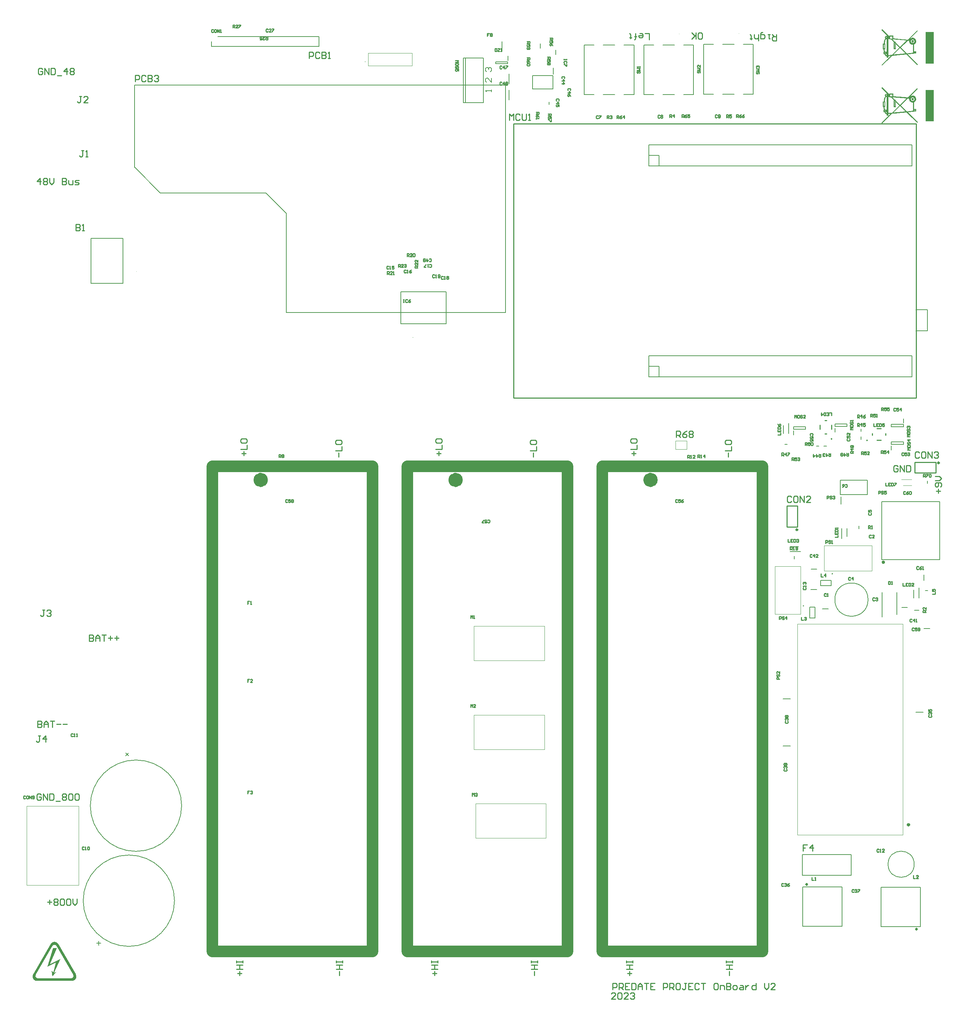
<source format=gto>
G04*
G04 #@! TF.GenerationSoftware,Altium Limited,Altium Designer,20.2.4 (192)*
G04*
G04 Layer_Color=65535*
%FSLAX24Y24*%
%MOIN*%
G70*
G04*
G04 #@! TF.SameCoordinates,B9BB7F2B-B7AC-4897-A438-396A0F5AD448*
G04*
G04*
G04 #@! TF.FilePolarity,Positive*
G04*
G01*
G75*
%ADD10C,0.0079*%
%ADD11C,0.0787*%
%ADD12C,0.0197*%
%ADD13C,0.0039*%
%ADD14C,0.0315*%
%ADD15C,0.0157*%
%ADD16C,0.0100*%
%ADD17C,0.1110*%
%ADD18C,0.0080*%
%ADD19C,0.0050*%
%ADD20C,0.0059*%
G36*
X3243Y7278D02*
X3281Y7267D01*
X3325Y7256D01*
X3374Y7234D01*
X3418Y7207D01*
X3467Y7169D01*
X3472Y7163D01*
X3483Y7152D01*
X3510Y7125D01*
X3516Y7119D01*
X3521Y7108D01*
X3543Y7076D01*
X5195Y4216D01*
X5200Y4210D01*
X5206Y4194D01*
X5216Y4161D01*
X5233Y4123D01*
X5244Y4079D01*
X5249Y4024D01*
Y3970D01*
X5244Y3910D01*
Y3904D01*
X5238Y3893D01*
X5233Y3871D01*
X5227Y3850D01*
Y3844D01*
X5222Y3833D01*
X5211Y3817D01*
X5200Y3789D01*
X5195D01*
X5189Y3784D01*
X5178Y3768D01*
X5162Y3740D01*
X5134Y3713D01*
X5102Y3680D01*
X5063Y3647D01*
X5014Y3620D01*
X4959Y3598D01*
X4954D01*
X4938Y3593D01*
X4916Y3587D01*
X4894D01*
X4888Y3582D01*
X4867D01*
X4839Y3576D01*
X1509Y3576D01*
X1476Y3582D01*
X1438Y3593D01*
X1389Y3603D01*
X1340Y3625D01*
X1290Y3653D01*
X1241Y3691D01*
X1236Y3696D01*
X1225Y3707D01*
X1198Y3735D01*
X1192Y3740D01*
X1187Y3751D01*
X1165Y3789D01*
X1159Y3795D01*
X1154Y3811D01*
X1143Y3839D01*
X1126Y3877D01*
X1115Y3921D01*
X1110Y3970D01*
Y4024D01*
X1115Y4085D01*
Y4090D01*
X1121Y4107D01*
X1126Y4128D01*
X1132Y4145D01*
Y4150D01*
X1137Y4161D01*
X1148Y4178D01*
X1159Y4199D01*
Y4205D01*
Y4210D01*
X1165D01*
X2811Y7065D01*
Y7070D01*
X2822Y7081D01*
X2843Y7114D01*
X2887Y7163D01*
X2936Y7207D01*
X2947Y7212D01*
X2969Y7223D01*
X2975Y7229D01*
X2986Y7234D01*
X3007Y7245D01*
X3029Y7256D01*
X3062Y7267D01*
X3100Y7272D01*
X3139Y7283D01*
X3210D01*
X3243Y7278D01*
D02*
G37*
G36*
X82393Y93144D02*
Y93215D01*
X82760D01*
Y92953D01*
X83334Y92903D01*
X84127Y92832D01*
X85034Y93707D01*
X85106Y93642D01*
X84258Y92821D01*
X84307Y92816D01*
X84324Y92854D01*
X84351Y92898D01*
X84389Y92936D01*
X84427Y92964D01*
X84471Y92985D01*
X84515Y93002D01*
X84559Y93013D01*
X84613Y93018D01*
X84663Y93013D01*
X84717Y92996D01*
X84777Y92969D01*
X84832Y92931D01*
X84870Y92893D01*
X84903Y92843D01*
X84925Y92783D01*
X84941Y92734D01*
Y92668D01*
X84936Y92603D01*
X84914Y92532D01*
X84870Y92471D01*
X84821Y92428D01*
X84777Y92395D01*
X84734Y92373D01*
Y91728D01*
X84958D01*
Y91520D01*
X84734D01*
Y91493D01*
X84149Y91438D01*
X85106Y90503D01*
X85040Y90437D01*
X84017Y91427D01*
X83564Y91383D01*
X82935Y91323D01*
X82672Y91296D01*
X81710Y90372D01*
X81644Y90437D01*
X82525Y91285D01*
X82311Y91263D01*
Y91121D01*
X82142D01*
Y91252D01*
X82104Y91247D01*
X82082Y91258D01*
X82065Y91269D01*
X82043Y91290D01*
X82016Y91323D01*
X81994Y91356D01*
X81972Y91394D01*
X81956Y91433D01*
X81940Y91460D01*
X81836D01*
Y91684D01*
X81879D01*
X81868Y91755D01*
X81858Y91826D01*
X81852Y91892D01*
Y91936D01*
X81781D01*
Y92461D01*
X81863D01*
X81868Y92526D01*
X81885Y92608D01*
X81901Y92685D01*
X81923Y92761D01*
X81950Y92832D01*
X81972Y92882D01*
X82000Y92920D01*
X82022Y92947D01*
X82005Y92958D01*
X81989Y92985D01*
X81978Y93018D01*
X81972Y93057D01*
X81978Y93095D01*
X81994Y93133D01*
X82016Y93160D01*
X82054Y93182D01*
X82076Y93193D01*
X82109Y93199D01*
X82136Y93193D01*
X82158Y93188D01*
X82186Y93177D01*
X82202Y93160D01*
X82218Y93144D01*
X82229Y93128D01*
X82240Y93117D01*
X82289D01*
X81644Y93740D01*
X81710Y93811D01*
X82393Y93144D01*
D02*
G37*
G36*
X86604Y90569D02*
X86587D01*
X86576D01*
X86555D01*
X86527D01*
X86489D01*
X86483D01*
X86467D01*
X86445D01*
X86412D01*
X86374D01*
X86330D01*
X86232D01*
X86226D01*
X86210D01*
X86183D01*
X86144D01*
X86062D01*
X85975D01*
X85969D01*
X85959D01*
X85937D01*
X85915D01*
X85893D01*
X85871D01*
X85860D01*
X85855D01*
Y93560D01*
X85860D01*
X85871D01*
X85882D01*
X85904D01*
X85937D01*
X85975D01*
X85980D01*
X85997D01*
X86019D01*
X86051D01*
X86090D01*
X86134D01*
X86232D01*
X86237D01*
X86254D01*
X86281D01*
X86319D01*
X86401D01*
X86489D01*
X86494D01*
X86505D01*
X86544D01*
X86587D01*
X86598D01*
X86604D01*
Y90569D01*
D02*
G37*
G36*
X82393Y87654D02*
Y87725D01*
X82760D01*
Y87463D01*
X83334Y87414D01*
X84127Y87342D01*
X85034Y88217D01*
X85106Y88152D01*
X84258Y87332D01*
X84307Y87326D01*
X84324Y87364D01*
X84351Y87408D01*
X84389Y87446D01*
X84427Y87474D01*
X84471Y87496D01*
X84515Y87512D01*
X84559Y87523D01*
X84613Y87528D01*
X84663Y87523D01*
X84717Y87507D01*
X84777Y87479D01*
X84832Y87441D01*
X84870Y87403D01*
X84903Y87353D01*
X84925Y87293D01*
X84941Y87244D01*
Y87178D01*
X84936Y87113D01*
X84914Y87042D01*
X84870Y86982D01*
X84821Y86938D01*
X84777Y86905D01*
X84734Y86883D01*
Y86238D01*
X84958D01*
Y86030D01*
X84734D01*
Y86003D01*
X84149Y85948D01*
X85106Y85013D01*
X85040Y84948D01*
X84017Y85937D01*
X83564Y85893D01*
X82935Y85833D01*
X82672Y85806D01*
X81710Y84882D01*
X81644Y84948D01*
X82525Y85795D01*
X82311Y85773D01*
Y85631D01*
X82142D01*
Y85762D01*
X82104Y85757D01*
X82082Y85768D01*
X82065Y85779D01*
X82043Y85801D01*
X82016Y85833D01*
X81994Y85866D01*
X81972Y85904D01*
X81956Y85943D01*
X81940Y85970D01*
X81836D01*
Y86194D01*
X81879D01*
X81868Y86265D01*
X81858Y86336D01*
X81852Y86402D01*
Y86446D01*
X81781D01*
Y86971D01*
X81863D01*
X81868Y87036D01*
X81885Y87118D01*
X81901Y87195D01*
X81923Y87271D01*
X81950Y87342D01*
X81972Y87392D01*
X82000Y87430D01*
X82022Y87457D01*
X82005Y87468D01*
X81989Y87496D01*
X81978Y87528D01*
X81972Y87567D01*
X81978Y87605D01*
X81994Y87643D01*
X82016Y87671D01*
X82054Y87692D01*
X82076Y87703D01*
X82109Y87709D01*
X82136Y87703D01*
X82158Y87698D01*
X82186Y87687D01*
X82202Y87671D01*
X82218Y87654D01*
X82229Y87638D01*
X82240Y87627D01*
X82289D01*
X81644Y88250D01*
X81710Y88321D01*
X82393Y87654D01*
D02*
G37*
G36*
X86604Y85079D02*
X86587D01*
X86576D01*
X86555D01*
X86527D01*
X86489D01*
X86483D01*
X86467D01*
X86445D01*
X86412D01*
X86374D01*
X86330D01*
X86232D01*
X86226D01*
X86210D01*
X86183D01*
X86144D01*
X86062D01*
X85975D01*
X85969D01*
X85959D01*
X85937D01*
X85915D01*
X85893D01*
X85871D01*
X85860D01*
X85855D01*
Y88070D01*
X85860D01*
X85871D01*
X85882D01*
X85904D01*
X85937D01*
X85975D01*
X85980D01*
X85997D01*
X86019D01*
X86051D01*
X86090D01*
X86134D01*
X86232D01*
X86237D01*
X86254D01*
X86281D01*
X86319D01*
X86401D01*
X86489D01*
X86494D01*
X86505D01*
X86544D01*
X86587D01*
X86598D01*
X86604D01*
Y85079D01*
D02*
G37*
%LPC*%
G36*
X3182Y7005D02*
X3171D01*
X3144Y6999D01*
X3106Y6994D01*
X3062Y6972D01*
Y6966D01*
X3057Y6961D01*
X3046D01*
X3040Y6955D01*
X3024Y6939D01*
X3002Y6917D01*
X2980Y6884D01*
X1411Y4172D01*
Y4167D01*
Y4161D01*
X1405Y4156D01*
X1400Y4134D01*
Y4128D01*
X1394Y4123D01*
X1389Y4101D01*
Y4096D01*
Y4085D01*
X1383Y4074D01*
Y4052D01*
X1389Y3997D01*
X1400Y3970D01*
X1411Y3942D01*
X1416Y3932D01*
X1433Y3915D01*
X1438Y3910D01*
X1454Y3888D01*
X1460D01*
X1465Y3877D01*
X1498Y3860D01*
X1547Y3839D01*
X1580Y3833D01*
X1613Y3828D01*
X4752Y3828D01*
Y3833D01*
X4795D01*
X4812Y3839D01*
X4823Y3844D01*
X4817Y3839D01*
X4823D01*
X4834Y3844D01*
X4867Y3860D01*
X4905Y3893D01*
X4949Y3942D01*
X4954Y3953D01*
X4965Y3975D01*
X4970Y4014D01*
X4976Y4057D01*
Y4063D01*
Y4079D01*
Y4090D01*
X4970Y4112D01*
X4959Y4139D01*
X4943Y4172D01*
Y4178D01*
X3374Y6890D01*
Y6895D01*
X3368Y6901D01*
X3357Y6917D01*
X3352Y6923D01*
X3335Y6939D01*
X3330Y6944D01*
X3325Y6950D01*
X3292Y6972D01*
X3243Y6988D01*
X3215Y6999D01*
X3182D01*
Y7005D01*
D02*
G37*
%LPD*%
G36*
X2729Y5140D02*
X3757Y5670D01*
X3128Y4369D01*
X3357Y4424D01*
X2980Y3986D01*
X2898Y4511D01*
X3068Y4380D01*
X3314Y5315D01*
X2521Y4927D01*
X3029Y6682D01*
X3401Y6693D01*
X2729Y5140D01*
D02*
G37*
%LPC*%
G36*
X82115Y93100D02*
X82109D01*
X82087Y93095D01*
X82071Y93078D01*
X82065Y93051D01*
Y93046D01*
X82071Y93029D01*
X82087Y93013D01*
X82115Y93007D01*
X82120D01*
X82136Y93013D01*
X82153Y93024D01*
X82158Y93051D01*
Y93057D01*
X82153Y93078D01*
X82142Y93095D01*
X82115Y93100D01*
D02*
G37*
G36*
X82667Y93117D02*
X82486D01*
Y92936D01*
X82667D01*
Y93117D01*
D02*
G37*
G36*
X84608Y92843D02*
X84602D01*
X84581D01*
X84553Y92832D01*
X84526Y92821D01*
X84493Y92805D01*
X84471Y92772D01*
X84449Y92734D01*
X84444Y92679D01*
Y92652D01*
X84455Y92630D01*
X84466Y92597D01*
X84482Y92570D01*
X84515Y92543D01*
X84553Y92521D01*
X84608Y92515D01*
X84613D01*
X84635Y92521D01*
X84657Y92526D01*
X84690Y92537D01*
X84717Y92553D01*
X84745Y92586D01*
X84767Y92625D01*
X84772Y92679D01*
Y92685D01*
X84767Y92707D01*
X84761Y92734D01*
X84750Y92761D01*
X84734Y92794D01*
X84701Y92816D01*
X84663Y92838D01*
X84608Y92843D01*
D02*
G37*
G36*
X82760Y92854D02*
Y92843D01*
X82705D01*
X82940Y92614D01*
X83022D01*
Y92532D01*
X83416Y92149D01*
X84034Y92745D01*
X82760Y92854D01*
D02*
G37*
G36*
X81929Y92368D02*
X81874D01*
Y92034D01*
X81929D01*
Y92368D01*
D02*
G37*
G36*
X82929Y92510D02*
X82896D01*
Y92018D01*
X82929D01*
Y92510D01*
D02*
G37*
G36*
X82142Y92903D02*
X82120D01*
X82082Y92865D01*
X82054Y92816D01*
X82022Y92750D01*
X82000Y92668D01*
X81978Y92570D01*
X81961Y92461D01*
X82022D01*
Y91936D01*
X81950D01*
X81956Y91843D01*
X81967Y91761D01*
X81983Y91684D01*
X82142D01*
Y92903D01*
D02*
G37*
G36*
X84865Y91635D02*
X84734D01*
Y91613D01*
X84865D01*
Y91635D01*
D02*
G37*
G36*
X82054Y91591D02*
X81929D01*
Y91553D01*
X82054D01*
Y91591D01*
D02*
G37*
G36*
X84160Y92734D02*
X83487Y92083D01*
X84061Y91526D01*
X84635Y91580D01*
Y92351D01*
X84586Y92346D01*
X84515Y92362D01*
X84449Y92389D01*
X84395Y92428D01*
X84356Y92466D01*
X84324Y92510D01*
X84296Y92570D01*
X84280Y92630D01*
X84274Y92679D01*
X84280Y92723D01*
X84160Y92734D01*
D02*
G37*
G36*
X83416Y92018D02*
X82782Y91405D01*
X83935Y91515D01*
X83416Y92018D01*
D02*
G37*
G36*
X82311Y92893D02*
Y91361D01*
X82629Y91389D01*
X83350Y92083D01*
X83022Y92400D01*
Y91925D01*
X82803D01*
Y92614D01*
X82568Y92843D01*
X82393D01*
Y92882D01*
X82311Y92893D01*
D02*
G37*
G36*
X82142Y91460D02*
X82049D01*
X82076Y91405D01*
X82098Y91372D01*
X82125Y91345D01*
X82142D01*
Y91460D01*
D02*
G37*
%LPD*%
G36*
X84663Y92778D02*
X84684Y92761D01*
X84701Y92745D01*
X84712Y92718D01*
X84717Y92679D01*
Y92663D01*
X84701Y92625D01*
X84690Y92603D01*
X84674Y92586D01*
X84646Y92575D01*
X84608Y92570D01*
X84602D01*
X84592D01*
X84553Y92586D01*
X84531Y92597D01*
X84515Y92614D01*
X84504Y92641D01*
X84499Y92679D01*
Y92696D01*
X84510Y92734D01*
X84526Y92756D01*
X84542Y92772D01*
X84570Y92783D01*
X84608Y92789D01*
X84613D01*
X84624D01*
X84663Y92778D01*
D02*
G37*
%LPC*%
G36*
X84619Y92696D02*
X84608D01*
X84602D01*
X84597D01*
X84592Y92690D01*
Y92674D01*
X84597Y92668D01*
X84608Y92663D01*
X84613D01*
X84619Y92668D01*
X84624Y92679D01*
Y92690D01*
X84619Y92696D01*
D02*
G37*
G36*
X82115Y87610D02*
X82109D01*
X82087Y87605D01*
X82071Y87589D01*
X82065Y87561D01*
Y87556D01*
X82071Y87539D01*
X82087Y87523D01*
X82115Y87517D01*
X82120D01*
X82136Y87523D01*
X82153Y87534D01*
X82158Y87561D01*
Y87567D01*
X82153Y87589D01*
X82142Y87605D01*
X82115Y87610D01*
D02*
G37*
G36*
X82667Y87627D02*
X82486D01*
Y87446D01*
X82667D01*
Y87627D01*
D02*
G37*
G36*
X84608Y87353D02*
X84602D01*
X84581D01*
X84553Y87342D01*
X84526Y87332D01*
X84493Y87315D01*
X84471Y87282D01*
X84449Y87244D01*
X84444Y87189D01*
Y87162D01*
X84455Y87140D01*
X84466Y87107D01*
X84482Y87080D01*
X84515Y87053D01*
X84553Y87031D01*
X84608Y87025D01*
X84613D01*
X84635Y87031D01*
X84657Y87036D01*
X84690Y87047D01*
X84717Y87064D01*
X84745Y87096D01*
X84767Y87135D01*
X84772Y87189D01*
Y87195D01*
X84767Y87217D01*
X84761Y87244D01*
X84750Y87271D01*
X84734Y87304D01*
X84701Y87326D01*
X84663Y87348D01*
X84608Y87353D01*
D02*
G37*
G36*
X82760Y87364D02*
Y87353D01*
X82705D01*
X82940Y87124D01*
X83022D01*
Y87042D01*
X83416Y86659D01*
X84034Y87255D01*
X82760Y87364D01*
D02*
G37*
G36*
X81929Y86878D02*
X81874D01*
Y86544D01*
X81929D01*
Y86878D01*
D02*
G37*
G36*
X82929Y87020D02*
X82896D01*
Y86528D01*
X82929D01*
Y87020D01*
D02*
G37*
G36*
X82142Y87414D02*
X82120D01*
X82082Y87375D01*
X82054Y87326D01*
X82022Y87260D01*
X82000Y87178D01*
X81978Y87080D01*
X81961Y86971D01*
X82022D01*
Y86446D01*
X81950D01*
X81956Y86353D01*
X81967Y86271D01*
X81983Y86194D01*
X82142D01*
Y87414D01*
D02*
G37*
G36*
X84865Y86145D02*
X84734D01*
Y86123D01*
X84865D01*
Y86145D01*
D02*
G37*
G36*
X82054Y86101D02*
X81929D01*
Y86063D01*
X82054D01*
Y86101D01*
D02*
G37*
G36*
X84160Y87244D02*
X83487Y86593D01*
X84061Y86036D01*
X84635Y86090D01*
Y86861D01*
X84586Y86856D01*
X84515Y86872D01*
X84449Y86900D01*
X84395Y86938D01*
X84356Y86976D01*
X84324Y87020D01*
X84296Y87080D01*
X84280Y87140D01*
X84274Y87189D01*
X84280Y87233D01*
X84160Y87244D01*
D02*
G37*
G36*
X83416Y86528D02*
X82782Y85915D01*
X83935Y86025D01*
X83416Y86528D01*
D02*
G37*
G36*
X82311Y87403D02*
Y85872D01*
X82629Y85899D01*
X83350Y86593D01*
X83022Y86911D01*
Y86435D01*
X82803D01*
Y87124D01*
X82568Y87353D01*
X82393D01*
Y87392D01*
X82311Y87403D01*
D02*
G37*
G36*
X82142Y85970D02*
X82049D01*
X82076Y85915D01*
X82098Y85883D01*
X82125Y85855D01*
X82142D01*
Y85970D01*
D02*
G37*
%LPD*%
G36*
X84663Y87288D02*
X84684Y87271D01*
X84701Y87255D01*
X84712Y87228D01*
X84717Y87189D01*
Y87173D01*
X84701Y87135D01*
X84690Y87113D01*
X84674Y87096D01*
X84646Y87085D01*
X84608Y87080D01*
X84602D01*
X84592D01*
X84553Y87096D01*
X84531Y87107D01*
X84515Y87124D01*
X84504Y87151D01*
X84499Y87189D01*
Y87206D01*
X84510Y87244D01*
X84526Y87266D01*
X84542Y87282D01*
X84570Y87293D01*
X84608Y87299D01*
X84613D01*
X84624D01*
X84663Y87288D01*
D02*
G37*
%LPC*%
G36*
X84619Y87206D02*
X84608D01*
X84602D01*
X84597D01*
X84592Y87200D01*
Y87184D01*
X84597Y87178D01*
X84608Y87173D01*
X84613D01*
X84619Y87178D01*
X84624Y87189D01*
Y87200D01*
X84619Y87206D01*
D02*
G37*
%LPD*%
D10*
X32655Y90722D02*
G03*
X32655Y90762I0J20D01*
G01*
D02*
G03*
X32655Y90722I0J-20D01*
G01*
X76939Y42181D02*
G03*
X77018Y42181I39J0D01*
G01*
D02*
G03*
X76939Y42181I-39J0D01*
G01*
X80376Y39730D02*
G03*
X80376Y39730I-1575J0D01*
G01*
X84754Y14636D02*
G03*
X84754Y14636I-1240J0D01*
G01*
X74236Y39096D02*
G03*
X74236Y39175I0J39D01*
G01*
D02*
G03*
X74236Y39096I0J-39D01*
G01*
X14567Y11181D02*
G03*
X14567Y11181I-4331J0D01*
G01*
X15242Y20191D02*
G03*
X15242Y20191I-4331J0D01*
G01*
X10784Y88517D02*
X45984D01*
Y66967D02*
Y88507D01*
X10784Y80707D02*
Y88517D01*
X25184Y66967D02*
X45984D01*
X25184D02*
Y75416D01*
X10784Y80707D02*
X10794D01*
X13205Y78295D01*
X23195D01*
X23255D01*
X25184Y76367D01*
Y75416D02*
Y76367D01*
X75463Y54282D02*
X75719D01*
X76192Y54282D02*
X76448D01*
X57223Y92333D02*
X58168D01*
Y87608D02*
Y92333D01*
X57223Y87608D02*
X58168D01*
X55254Y92333D02*
X56357D01*
X55254Y87608D02*
X56357D01*
X53443Y92333D02*
X54388D01*
X53443Y87608D02*
Y92333D01*
Y87608D02*
X54388D01*
X62874Y92333D02*
X63819D01*
Y87608D02*
Y92333D01*
X62874Y87608D02*
X63819D01*
X60906Y92333D02*
X62008D01*
X60906Y87608D02*
X62008D01*
X59094Y92333D02*
X60039D01*
X59094Y87608D02*
Y92333D01*
Y87608D02*
X60039D01*
X68543Y92392D02*
X69488D01*
Y87667D02*
Y92392D01*
X68543Y87667D02*
X69488D01*
X66575Y92392D02*
X67677D01*
X66575Y87667D02*
X67677D01*
X64764Y92392D02*
X65709D01*
X64764Y87667D02*
Y92392D01*
Y87667D02*
X65709D01*
X73302Y55351D02*
Y55745D01*
X73307Y55886D02*
X74449D01*
X73307D02*
Y56122D01*
X74449D01*
Y55886D02*
Y56122D01*
X85994Y50738D02*
Y50994D01*
X79508Y46467D02*
Y46722D01*
X77884Y45519D02*
Y46493D01*
X78376Y45706D02*
Y46493D01*
X75329Y37998D02*
Y38998D01*
X74954Y39008D02*
X75204D01*
X74829Y37998D02*
Y38998D01*
Y37988D02*
X75079D01*
X75329D01*
X75204Y39008D02*
X75329D01*
X74829D02*
X74954D01*
X83124Y38307D02*
Y40433D01*
X81699Y38081D02*
Y40433D01*
X85679Y41545D02*
Y42096D01*
X85807Y40581D02*
X86043D01*
X84913Y29065D02*
X85621D01*
X85689Y36978D02*
X86240D01*
X81671Y43519D02*
Y49030D01*
X87183D01*
Y43519D02*
Y49030D01*
X81671Y43519D02*
X87183D01*
X84783Y38711D02*
X85197D01*
X74144Y14577D02*
Y15561D01*
X78770D01*
Y13593D02*
Y15561D01*
X74144Y13593D02*
X78770D01*
X74144D02*
Y14577D01*
X81598Y8715D02*
Y12455D01*
X85339D01*
Y8715D02*
Y12455D01*
X81598Y8715D02*
X85339D01*
X6634Y69705D02*
X9665D01*
X6634D02*
Y73996D01*
X9665D01*
Y69705D02*
Y73996D01*
X77919Y8746D02*
Y12486D01*
X74179Y8746D02*
X77919D01*
X74179D02*
Y12486D01*
X77919D01*
X41988Y91083D02*
X43878D01*
X41988Y86870D02*
X43878D01*
Y91083D01*
X41988Y86870D02*
Y91083D01*
X42185Y86870D02*
Y91083D01*
X50748Y91437D02*
Y91850D01*
X36043Y65886D02*
X40335D01*
Y68917D01*
X36043D02*
X40335D01*
X36043Y65886D02*
Y68917D01*
X77797Y48789D02*
Y49478D01*
X77748Y49685D02*
X80307D01*
Y51063D01*
X77748D02*
X80307D01*
X77748Y49685D02*
Y51063D01*
X77230Y55607D02*
Y56001D01*
X77236Y56142D02*
X78377D01*
X77236D02*
Y56378D01*
X78377D01*
Y56142D02*
Y56378D01*
X72352Y55482D02*
Y56270D01*
X72844Y55482D02*
Y56457D01*
X72470Y54439D02*
X72726D01*
X75861Y41063D02*
Y41188D01*
Y41438D02*
Y41563D01*
X76881Y41313D02*
Y41563D01*
Y41063D02*
Y41313D01*
X75871Y41063D02*
X76871D01*
X75861Y41188D02*
Y41438D01*
X75871Y41563D02*
X76871D01*
X50523Y89555D02*
Y90155D01*
X48542Y89417D02*
X50472D01*
X48542Y88157D02*
Y89417D01*
Y88157D02*
X50472D01*
Y89417D01*
X50118Y86673D02*
Y86929D01*
X49291Y92028D02*
Y92441D01*
X79724Y55679D02*
Y55935D01*
Y54931D02*
Y55187D01*
X82586Y53914D02*
Y54308D01*
X82591Y54449D02*
X83733D01*
X82591D02*
Y54685D01*
X83733D01*
Y54449D02*
Y54685D01*
X83738Y56499D02*
Y56893D01*
X82591Y56358D02*
X83733D01*
Y56122D02*
Y56358D01*
X82591Y56122D02*
X83733D01*
X82591D02*
Y56358D01*
X74970Y42628D02*
X75522D01*
X76043Y38868D02*
X76594D01*
X83565Y38996D02*
X84116D01*
X74959Y40683D02*
X75510D01*
X73375Y43592D02*
Y43848D01*
X84724Y39872D02*
Y40659D01*
X85217Y39872D02*
Y40846D01*
X72305Y30322D02*
X73014D01*
X72305Y25866D02*
X73014D01*
X46299Y87136D02*
Y88041D01*
Y88671D02*
Y89577D01*
X46191Y90551D02*
Y90709D01*
X45030Y90551D02*
X46191D01*
X45030D02*
Y90709D01*
X46191D01*
X46201Y90846D02*
Y91280D01*
X45652Y91716D02*
Y92638D01*
X72992Y44272D02*
X73967D01*
X72992Y44764D02*
X73780D01*
X7382Y6949D02*
Y7343D01*
X7185Y7146D02*
X7579D01*
X9937Y25202D02*
X10215Y24924D01*
X9937Y24924D02*
X10215Y25202D01*
X18087Y92173D02*
Y92648D01*
Y92173D02*
X28287D01*
Y93122D01*
X18687D02*
X28287D01*
D11*
X60017Y51080D02*
G03*
X60017Y51080I-283J0D01*
G01*
X41523D02*
G03*
X41523Y51080I-283J0D01*
G01*
X23029D02*
G03*
X23029Y51080I-283J0D01*
G01*
D12*
X87105Y52694D02*
G03*
X87105Y52694I-50J0D01*
G01*
X73669Y46360D02*
G03*
X73669Y46360I-50J0D01*
G01*
X84968Y8439D02*
G03*
X84968Y8518I0J39D01*
G01*
D02*
G03*
X84968Y8439I0J-39D01*
G01*
X74549Y12762D02*
G03*
X74549Y12683I0J-39D01*
G01*
D02*
G03*
X74549Y12762I0J39D01*
G01*
D13*
X56829Y93356D02*
G03*
X56790Y93356I-20J0D01*
G01*
D02*
G03*
X56829Y93356I20J0D01*
G01*
X62480D02*
G03*
X62441Y93356I-20J0D01*
G01*
D02*
G03*
X62480Y93356I20J0D01*
G01*
X68150Y93415D02*
G03*
X68110Y93415I-20J0D01*
G01*
D02*
G03*
X68150Y93415I20J0D01*
G01*
X10984Y70846D02*
G03*
X10945Y70846I-20J0D01*
G01*
D02*
G03*
X10984Y70846I20J0D01*
G01*
X37185Y64606D02*
G03*
X37185Y64567I0J-20D01*
G01*
D02*
G03*
X37185Y64606I0J20D01*
G01*
X2441Y12118D02*
G03*
X2441Y12079I0J-20D01*
G01*
D02*
G03*
X2441Y12118I0J20D01*
G01*
X37108Y90368D02*
Y91549D01*
X32927D02*
X37108D01*
X32927Y90368D02*
Y91549D01*
Y90368D02*
X37108D01*
X62096Y54001D02*
Y54395D01*
Y54001D02*
X63179D01*
Y54788D01*
X62096D02*
X63179D01*
X62096Y54395D02*
Y54788D01*
X83720Y50541D02*
X84508D01*
X83533Y51133D02*
X84508D01*
X76205Y42457D02*
Y44858D01*
Y42457D02*
X80744D01*
Y44858D01*
X76205D02*
X80744D01*
X73679Y17435D02*
X83679D01*
X73679D02*
Y37435D01*
X83679D01*
Y17435D02*
Y37435D01*
X71559Y38362D02*
X73961D01*
Y42901D01*
X71559D02*
X73961D01*
X71559Y38362D02*
Y42901D01*
X43130Y20374D02*
X49823D01*
Y17106D02*
Y20374D01*
X43130Y17106D02*
X49823D01*
X43130D02*
Y20374D01*
X42972Y37224D02*
X49665D01*
Y33957D02*
Y37224D01*
X42972Y33957D02*
X49665D01*
X42972D02*
Y37224D01*
Y25531D02*
Y28799D01*
Y25531D02*
X49665D01*
Y28799D01*
X42972D02*
X49665D01*
X551Y12646D02*
X5472D01*
Y20142D01*
X551D02*
X5472D01*
X551Y12646D02*
Y20142D01*
D14*
X84191Y18380D02*
G03*
X84230Y18380I20J0D01*
G01*
D02*
G03*
X84191Y18380I-20J0D01*
G01*
D15*
X81906Y43274D02*
G03*
X81906Y43274I-79J0D01*
G01*
D16*
X80306Y54835D02*
G03*
X80306Y54835I-31J0D01*
G01*
X76938Y54970D02*
G03*
X76938Y54970I-31J0D01*
G01*
X84805Y51744D02*
X86805D01*
X84805Y52744D02*
X86805D01*
X84805Y52244D02*
Y52744D01*
Y51744D02*
Y52244D01*
X86805Y51744D02*
Y52244D01*
Y52744D01*
X72669Y46610D02*
Y48610D01*
X73669Y46610D02*
Y48610D01*
X73169D02*
X73669D01*
X72669D02*
X73169D01*
X72669Y46610D02*
X73169D01*
X73669D01*
X46738Y58866D02*
X84927D01*
Y84850D01*
X46738D02*
X84927D01*
X46738Y58866D02*
Y84850D01*
X81201Y55945D02*
X81594D01*
X81201Y54843D02*
X81594D01*
X80768Y55315D02*
Y55472D01*
X82028Y55315D02*
Y55472D01*
X75797Y55896D02*
Y56289D01*
X76900Y55896D02*
Y56289D01*
X76270Y55463D02*
X76427D01*
X76270Y56722D02*
X76427D01*
X27347Y91039D02*
Y91638D01*
X27647D01*
X27747Y91539D01*
Y91339D01*
X27647Y91239D01*
X27347D01*
X28346Y91539D02*
X28246Y91638D01*
X28047D01*
X27947Y91539D01*
Y91139D01*
X28047Y91039D01*
X28246D01*
X28346Y91139D01*
X28546Y91638D02*
Y91039D01*
X28846D01*
X28946Y91139D01*
Y91239D01*
X28846Y91339D01*
X28546D01*
X28846D01*
X28946Y91439D01*
Y91539D01*
X28846Y91638D01*
X28546D01*
X29146Y91039D02*
X29346D01*
X29246D01*
Y91638D01*
X29146Y91539D01*
X1561Y28234D02*
Y27634D01*
X1861D01*
X1961Y27734D01*
Y27834D01*
X1861Y27934D01*
X1561D01*
X1861D01*
X1961Y28034D01*
Y28134D01*
X1861Y28234D01*
X1561D01*
X2161Y27634D02*
Y28034D01*
X2361Y28234D01*
X2561Y28034D01*
Y27634D01*
Y27934D01*
X2161D01*
X2761Y28234D02*
X3161D01*
X2961D01*
Y27634D01*
X3361Y27934D02*
X3761D01*
X3961D02*
X4360D01*
X6463Y36393D02*
Y35793D01*
X6763D01*
X6863Y35893D01*
Y35993D01*
X6763Y36093D01*
X6463D01*
X6763D01*
X6863Y36193D01*
Y36293D01*
X6763Y36393D01*
X6463D01*
X7063Y35793D02*
Y36193D01*
X7263Y36393D01*
X7463Y36193D01*
Y35793D01*
Y36093D01*
X7063D01*
X7662Y36393D02*
X8062D01*
X7862D01*
Y35793D01*
X8262Y36093D02*
X8662D01*
X8462Y36293D02*
Y35893D01*
X8862Y36093D02*
X9262D01*
X9062Y36293D02*
Y35893D01*
X83205Y52350D02*
X83105Y52450D01*
X82905D01*
X82805Y52350D01*
Y51950D01*
X82905Y51850D01*
X83105D01*
X83205Y51950D01*
Y52150D01*
X83005D01*
X83405Y51850D02*
Y52450D01*
X83805Y51850D01*
Y52450D01*
X84005D02*
Y51850D01*
X84305D01*
X84405Y51950D01*
Y52350D01*
X84305Y52450D01*
X84005D01*
X87052Y49833D02*
Y50233D01*
X86853Y50033D02*
X87252D01*
Y50432D02*
X87352Y50532D01*
Y50732D01*
X87252Y50832D01*
X86853D01*
X86753Y50732D01*
Y50532D01*
X86853Y50432D01*
X86952D01*
X87052Y50532D01*
Y50832D01*
X86753Y51032D02*
X87152D01*
X87352Y51232D01*
X87152Y51432D01*
X86753D01*
X58135Y53380D02*
Y53780D01*
X57935Y53580D02*
X58335D01*
X57835Y53980D02*
X58435D01*
Y54380D01*
X57835Y54879D02*
Y54679D01*
X57935Y54580D01*
X58335D01*
X58435Y54679D01*
Y54879D01*
X58335Y54979D01*
X57935D01*
X57835Y54879D01*
X57735Y4080D02*
Y4480D01*
X57535Y4280D02*
X57935D01*
X57435Y4680D02*
X58035D01*
X57735D01*
Y5080D01*
X57435D01*
X58035D01*
X57435Y5280D02*
Y5479D01*
Y5379D01*
X58035D01*
Y5280D01*
Y5479D01*
X67120Y53250D02*
Y53649D01*
X66820Y53849D02*
X67420D01*
Y54249D01*
X66820Y54749D02*
Y54549D01*
X66920Y54449D01*
X67320D01*
X67420Y54549D01*
Y54749D01*
X67320Y54849D01*
X66920D01*
X66820Y54749D01*
X67206Y4080D02*
Y4480D01*
X66906Y4680D02*
X67506D01*
X67206D01*
Y5080D01*
X66906D01*
X67506D01*
X66906Y5280D02*
Y5479D01*
Y5379D01*
X67506D01*
Y5280D01*
Y5479D01*
X39641Y53380D02*
Y53780D01*
X39441Y53580D02*
X39841D01*
X39341Y53980D02*
X39941D01*
Y54380D01*
X39341Y54879D02*
Y54679D01*
X39441Y54580D01*
X39841D01*
X39941Y54679D01*
Y54879D01*
X39841Y54979D01*
X39441D01*
X39341Y54879D01*
X39241Y4080D02*
Y4480D01*
X39041Y4280D02*
X39441D01*
X38941Y4680D02*
X39541D01*
X39241D01*
Y5080D01*
X38941D01*
X39541D01*
X38941Y5280D02*
Y5479D01*
Y5379D01*
X39541D01*
Y5280D01*
Y5479D01*
X48626Y53250D02*
Y53649D01*
X48326Y53849D02*
X48926D01*
Y54249D01*
X48326Y54749D02*
Y54549D01*
X48426Y54449D01*
X48826D01*
X48926Y54549D01*
Y54749D01*
X48826Y54849D01*
X48426D01*
X48326Y54749D01*
X48712Y4080D02*
Y4480D01*
X48412Y4680D02*
X49012D01*
X48712D01*
Y5080D01*
X48412D01*
X49012D01*
X48412Y5280D02*
Y5479D01*
Y5379D01*
X49012D01*
Y5280D01*
Y5479D01*
X21147Y53380D02*
Y53780D01*
X20947Y53580D02*
X21346D01*
X20847Y53980D02*
X21446D01*
Y54380D01*
X20847Y54879D02*
Y54679D01*
X20947Y54580D01*
X21346D01*
X21446Y54679D01*
Y54879D01*
X21346Y54979D01*
X20947D01*
X20847Y54879D01*
X20747Y4080D02*
Y4480D01*
X20547Y4280D02*
X20947D01*
X20447Y4680D02*
X21046D01*
X20747D01*
Y5080D01*
X20447D01*
X21046D01*
X20447Y5280D02*
Y5479D01*
Y5379D01*
X21046D01*
Y5280D01*
Y5479D01*
X30132Y53250D02*
Y53649D01*
X29832Y53849D02*
X30432D01*
Y54249D01*
X29832Y54749D02*
Y54549D01*
X29932Y54449D01*
X30332D01*
X30432Y54549D01*
Y54749D01*
X30332Y54849D01*
X29932D01*
X29832Y54749D01*
X30218Y4080D02*
Y4480D01*
X29918Y4680D02*
X30518D01*
X30218D01*
Y5080D01*
X29918D01*
X30518D01*
X29918Y5280D02*
Y5479D01*
Y5379D01*
X30518D01*
Y5280D01*
Y5479D01*
X71663Y93337D02*
Y92737D01*
X71363D01*
X71264Y92837D01*
Y93037D01*
X71363Y93137D01*
X71663D01*
X71463D02*
X71264Y93337D01*
X71064D02*
X70864D01*
X70964D01*
Y92937D01*
X71064D01*
X70364Y93537D02*
X70264D01*
X70164Y93437D01*
Y92937D01*
X70464D01*
X70564Y93037D01*
Y93237D01*
X70464Y93337D01*
X70164D01*
X69964Y92737D02*
Y93337D01*
Y93037D01*
X69864Y92937D01*
X69664D01*
X69564Y93037D01*
Y93337D01*
X69264Y92837D02*
Y92937D01*
X69364D01*
X69164D01*
X69264D01*
Y93237D01*
X69164Y93337D01*
X64336Y92884D02*
X64536D01*
X64636Y92984D01*
Y93384D01*
X64536Y93484D01*
X64336D01*
X64236Y93384D01*
Y92984D01*
X64336Y92884D01*
X64036D02*
Y93484D01*
Y93284D01*
X63636Y92884D01*
X63936Y93184D01*
X63636Y93484D01*
X59626Y92835D02*
Y93435D01*
X59226D01*
X58726D02*
X58926D01*
X59026Y93335D01*
Y93135D01*
X58926Y93035D01*
X58726D01*
X58626Y93135D01*
Y93235D01*
X59026D01*
X58326Y93435D02*
Y92935D01*
Y93135D01*
X58426D01*
X58226D01*
X58326D01*
Y92935D01*
X58226Y92835D01*
X57827Y92935D02*
Y93035D01*
X57927D01*
X57727D01*
X57827D01*
Y93335D01*
X57727Y93435D01*
X56423Y1850D02*
X56024D01*
X56423Y2250D01*
Y2350D01*
X56324Y2450D01*
X56124D01*
X56024Y2350D01*
X56623D02*
X56723Y2450D01*
X56923D01*
X57023Y2350D01*
Y1950D01*
X56923Y1850D01*
X56723D01*
X56623Y1950D01*
Y2350D01*
X57623Y1850D02*
X57223D01*
X57623Y2250D01*
Y2350D01*
X57523Y2450D01*
X57323D01*
X57223Y2350D01*
X57823D02*
X57923Y2450D01*
X58123D01*
X58223Y2350D01*
Y2250D01*
X58123Y2150D01*
X58023D01*
X58123D01*
X58223Y2050D01*
Y1950D01*
X58123Y1850D01*
X57923D01*
X57823Y1950D01*
X56142Y2756D02*
Y3356D01*
X56442D01*
X56542Y3256D01*
Y3056D01*
X56442Y2956D01*
X56142D01*
X56742Y2756D02*
Y3356D01*
X57041D01*
X57141Y3256D01*
Y3056D01*
X57041Y2956D01*
X56742D01*
X56941D02*
X57141Y2756D01*
X57741Y3356D02*
X57341D01*
Y2756D01*
X57741D01*
X57341Y3056D02*
X57541D01*
X57941Y3356D02*
Y2756D01*
X58241D01*
X58341Y2856D01*
Y3256D01*
X58241Y3356D01*
X57941D01*
X58541Y2756D02*
Y3156D01*
X58741Y3356D01*
X58941Y3156D01*
Y2756D01*
Y3056D01*
X58541D01*
X59141Y3356D02*
X59541D01*
X59341D01*
Y2756D01*
X60140Y3356D02*
X59741D01*
Y2756D01*
X60140D01*
X59741Y3056D02*
X59941D01*
X60940Y2756D02*
Y3356D01*
X61240D01*
X61340Y3256D01*
Y3056D01*
X61240Y2956D01*
X60940D01*
X61540Y2756D02*
Y3356D01*
X61840D01*
X61940Y3256D01*
Y3056D01*
X61840Y2956D01*
X61540D01*
X61740D02*
X61940Y2756D01*
X62440Y3356D02*
X62240D01*
X62140Y3256D01*
Y2856D01*
X62240Y2756D01*
X62440D01*
X62540Y2856D01*
Y3256D01*
X62440Y3356D01*
X63139D02*
X62940D01*
X63039D01*
Y2856D01*
X62940Y2756D01*
X62840D01*
X62740Y2856D01*
X63739Y3356D02*
X63339D01*
Y2756D01*
X63739D01*
X63339Y3056D02*
X63539D01*
X64339Y3256D02*
X64239Y3356D01*
X64039D01*
X63939Y3256D01*
Y2856D01*
X64039Y2756D01*
X64239D01*
X64339Y2856D01*
X64539Y3356D02*
X64939D01*
X64739D01*
Y2756D01*
X66039Y3356D02*
X65839D01*
X65739Y3256D01*
Y2856D01*
X65839Y2756D01*
X66039D01*
X66139Y2856D01*
Y3256D01*
X66039Y3356D01*
X66338Y2756D02*
Y3156D01*
X66638D01*
X66738Y3056D01*
Y2756D01*
X66938Y3356D02*
Y2756D01*
X67238D01*
X67338Y2856D01*
Y2956D01*
X67238Y3056D01*
X66938D01*
X67238D01*
X67338Y3156D01*
Y3256D01*
X67238Y3356D01*
X66938D01*
X67638Y2756D02*
X67838D01*
X67938Y2856D01*
Y3056D01*
X67838Y3156D01*
X67638D01*
X67538Y3056D01*
Y2856D01*
X67638Y2756D01*
X68238Y3156D02*
X68438D01*
X68538Y3056D01*
Y2756D01*
X68238D01*
X68138Y2856D01*
X68238Y2956D01*
X68538D01*
X68738Y3156D02*
Y2756D01*
Y2956D01*
X68838Y3056D01*
X68938Y3156D01*
X69038D01*
X69737Y3356D02*
Y2756D01*
X69437D01*
X69337Y2856D01*
Y3056D01*
X69437Y3156D01*
X69737D01*
X70537Y3356D02*
Y2956D01*
X70737Y2756D01*
X70937Y2956D01*
Y3356D01*
X71537Y2756D02*
X71137D01*
X71537Y3156D01*
Y3256D01*
X71437Y3356D01*
X71237D01*
X71137Y3256D01*
X1896Y21209D02*
X1796Y21308D01*
X1596D01*
X1496Y21209D01*
Y20809D01*
X1596Y20709D01*
X1796D01*
X1896Y20809D01*
Y21009D01*
X1696D01*
X2096Y20709D02*
Y21308D01*
X2496Y20709D01*
Y21308D01*
X2696D02*
Y20709D01*
X2996D01*
X3096Y20809D01*
Y21209D01*
X2996Y21308D01*
X2696D01*
X3295Y20609D02*
X3695D01*
X3895Y21209D02*
X3995Y21308D01*
X4195D01*
X4295Y21209D01*
Y21109D01*
X4195Y21009D01*
X4295Y20909D01*
Y20809D01*
X4195Y20709D01*
X3995D01*
X3895Y20809D01*
Y20909D01*
X3995Y21009D01*
X3895Y21109D01*
Y21209D01*
X3995Y21009D02*
X4195D01*
X4495Y21209D02*
X4595Y21308D01*
X4795D01*
X4895Y21209D01*
Y20809D01*
X4795Y20709D01*
X4595D01*
X4495Y20809D01*
Y21209D01*
X5095D02*
X5195Y21308D01*
X5395D01*
X5495Y21209D01*
Y20809D01*
X5395Y20709D01*
X5195D01*
X5095Y20809D01*
Y21209D01*
X2520Y11048D02*
X2920D01*
X2720Y11248D02*
Y10848D01*
X3119Y11248D02*
X3219Y11348D01*
X3419D01*
X3519Y11248D01*
Y11148D01*
X3419Y11048D01*
X3519Y10948D01*
Y10848D01*
X3419Y10748D01*
X3219D01*
X3119Y10848D01*
Y10948D01*
X3219Y11048D01*
X3119Y11148D01*
Y11248D01*
X3219Y11048D02*
X3419D01*
X3719Y11248D02*
X3819Y11348D01*
X4019D01*
X4119Y11248D01*
Y10848D01*
X4019Y10748D01*
X3819D01*
X3719Y10848D01*
Y11248D01*
X4319D02*
X4419Y11348D01*
X4619D01*
X4719Y11248D01*
Y10848D01*
X4619Y10748D01*
X4419D01*
X4319Y10848D01*
Y11248D01*
X4919Y11348D02*
Y10948D01*
X5119Y10748D01*
X5319Y10948D01*
Y11348D01*
X2053Y90027D02*
X1953Y90127D01*
X1754D01*
X1654Y90027D01*
Y89628D01*
X1754Y89528D01*
X1953D01*
X2053Y89628D01*
Y89827D01*
X1853D01*
X2253Y89528D02*
Y90127D01*
X2653Y89528D01*
Y90127D01*
X2853D02*
Y89528D01*
X3153D01*
X3253Y89628D01*
Y90027D01*
X3153Y90127D01*
X2853D01*
X3453Y89428D02*
X3853D01*
X4353Y89528D02*
Y90127D01*
X4053Y89827D01*
X4453D01*
X4653Y90027D02*
X4753Y90127D01*
X4952D01*
X5052Y90027D01*
Y89927D01*
X4952Y89827D01*
X5052Y89727D01*
Y89628D01*
X4952Y89528D01*
X4753D01*
X4653Y89628D01*
Y89727D01*
X4753Y89827D01*
X4653Y89927D01*
Y90027D01*
X4753Y89827D02*
X4952D01*
X1796Y79094D02*
Y79694D01*
X1496Y79394D01*
X1896D01*
X2096Y79594D02*
X2196Y79694D01*
X2396D01*
X2496Y79594D01*
Y79494D01*
X2396Y79394D01*
X2496Y79294D01*
Y79194D01*
X2396Y79094D01*
X2196D01*
X2096Y79194D01*
Y79294D01*
X2196Y79394D01*
X2096Y79494D01*
Y79594D01*
X2196Y79394D02*
X2396D01*
X2696Y79694D02*
Y79294D01*
X2896Y79094D01*
X3096Y79294D01*
Y79694D01*
X3895D02*
Y79094D01*
X4195D01*
X4295Y79194D01*
Y79294D01*
X4195Y79394D01*
X3895D01*
X4195D01*
X4295Y79494D01*
Y79594D01*
X4195Y79694D01*
X3895D01*
X4495Y79494D02*
Y79194D01*
X4595Y79094D01*
X4895D01*
Y79494D01*
X5095Y79094D02*
X5395D01*
X5495Y79194D01*
X5395Y79294D01*
X5195D01*
X5095Y79394D01*
X5195Y79494D01*
X5495D01*
X10841Y88860D02*
Y89460D01*
X11141D01*
X11241Y89360D01*
Y89160D01*
X11141Y89060D01*
X10841D01*
X11841Y89360D02*
X11741Y89460D01*
X11541D01*
X11441Y89360D01*
Y88960D01*
X11541Y88860D01*
X11741D01*
X11841Y88960D01*
X12041Y89460D02*
Y88860D01*
X12341D01*
X12441Y88960D01*
Y89060D01*
X12341Y89160D01*
X12041D01*
X12341D01*
X12441Y89260D01*
Y89360D01*
X12341Y89460D01*
X12041D01*
X12641Y89360D02*
X12741Y89460D01*
X12941D01*
X13041Y89360D01*
Y89260D01*
X12941Y89160D01*
X12841D01*
X12941D01*
X13041Y89060D01*
Y88960D01*
X12941Y88860D01*
X12741D01*
X12641Y88960D01*
X62173Y55110D02*
Y55710D01*
X62473D01*
X62573Y55610D01*
Y55410D01*
X62473Y55310D01*
X62173D01*
X62373D02*
X62573Y55110D01*
X63172Y55710D02*
X62973Y55610D01*
X62773Y55410D01*
Y55210D01*
X62873Y55110D01*
X63073D01*
X63172Y55210D01*
Y55310D01*
X63073Y55410D01*
X62773D01*
X63372Y55610D02*
X63472Y55710D01*
X63672D01*
X63772Y55610D01*
Y55510D01*
X63672Y55410D01*
X63772Y55310D01*
Y55210D01*
X63672Y55110D01*
X63472D01*
X63372Y55210D01*
Y55310D01*
X63472Y55410D01*
X63372Y55510D01*
Y55610D01*
X63472Y55410D02*
X63672D01*
X85256Y53640D02*
X85157Y53740D01*
X84957D01*
X84857Y53640D01*
Y53240D01*
X84957Y53140D01*
X85157D01*
X85256Y53240D01*
X85756Y53740D02*
X85556D01*
X85456Y53640D01*
Y53240D01*
X85556Y53140D01*
X85756D01*
X85856Y53240D01*
Y53640D01*
X85756Y53740D01*
X86056Y53140D02*
Y53740D01*
X86456Y53140D01*
Y53740D01*
X86656Y53640D02*
X86756Y53740D01*
X86956D01*
X87056Y53640D01*
Y53540D01*
X86956Y53440D01*
X86856D01*
X86956D01*
X87056Y53340D01*
Y53240D01*
X86956Y53140D01*
X86756D01*
X86656Y53240D01*
X73122Y49463D02*
X73022Y49563D01*
X72822D01*
X72722Y49463D01*
Y49063D01*
X72822Y48963D01*
X73022D01*
X73122Y49063D01*
X73622Y49563D02*
X73422D01*
X73322Y49463D01*
Y49063D01*
X73422Y48963D01*
X73622D01*
X73722Y49063D01*
Y49463D01*
X73622Y49563D01*
X73922Y48963D02*
Y49563D01*
X74322Y48963D01*
Y49563D01*
X74921Y48963D02*
X74521D01*
X74921Y49363D01*
Y49463D01*
X74821Y49563D01*
X74621D01*
X74521Y49463D01*
X85617Y51358D02*
Y51634D01*
X85755D01*
X85801Y51588D01*
Y51496D01*
X85755Y51450D01*
X85617D01*
X85709D02*
X85801Y51358D01*
X85892Y51634D02*
X86076D01*
Y51588D01*
X85892Y51404D01*
Y51358D01*
X86168Y51588D02*
X86214Y51634D01*
X86306D01*
X86352Y51588D01*
Y51404D01*
X86306Y51358D01*
X86214D01*
X86168Y51404D01*
Y51588D01*
X81360Y49748D02*
Y50024D01*
X81498D01*
X81544Y49978D01*
Y49886D01*
X81498Y49840D01*
X81360D01*
X81819Y49978D02*
X81773Y50024D01*
X81681D01*
X81636Y49978D01*
Y49932D01*
X81681Y49886D01*
X81773D01*
X81819Y49840D01*
Y49794D01*
X81773Y49748D01*
X81681D01*
X81636Y49794D01*
X82095Y50024D02*
X81911D01*
Y49886D01*
X82003Y49932D01*
X82049D01*
X82095Y49886D01*
Y49794D01*
X82049Y49748D01*
X81957D01*
X81911Y49794D01*
X82034Y50787D02*
Y50512D01*
X82218D01*
X82493Y50787D02*
X82310D01*
Y50512D01*
X82493D01*
X82310Y50650D02*
X82402D01*
X82585Y50787D02*
Y50512D01*
X82723D01*
X82769Y50558D01*
Y50741D01*
X82723Y50787D01*
X82585D01*
X82861D02*
X83044D01*
Y50741D01*
X82861Y50558D01*
Y50512D01*
X46336Y85197D02*
Y85796D01*
X46536Y85597D01*
X46736Y85796D01*
Y85197D01*
X47336Y85696D02*
X47236Y85796D01*
X47036D01*
X46936Y85696D01*
Y85297D01*
X47036Y85197D01*
X47236D01*
X47336Y85297D01*
X47536Y85796D02*
Y85297D01*
X47636Y85197D01*
X47836D01*
X47936Y85297D01*
Y85796D01*
X48136Y85197D02*
X48336D01*
X48236D01*
Y85796D01*
X48136Y85696D01*
X5204Y75305D02*
Y74705D01*
X5504D01*
X5604Y74805D01*
Y74905D01*
X5504Y75005D01*
X5204D01*
X5504D01*
X5604Y75105D01*
Y75205D01*
X5504Y75305D01*
X5204D01*
X5804Y74705D02*
X6004D01*
X5904D01*
Y75305D01*
X5804Y75205D01*
X74600Y16502D02*
X74200D01*
Y16202D01*
X74400D01*
X74200D01*
Y15902D01*
X75100D02*
Y16502D01*
X74800Y16202D01*
X75200D01*
X1834Y26809D02*
X1635D01*
X1735D01*
Y26309D01*
X1635Y26209D01*
X1535D01*
X1435Y26309D01*
X2334Y26209D02*
Y26809D01*
X2034Y26509D01*
X2434D01*
X2228Y38738D02*
X2028D01*
X2128D01*
Y38239D01*
X2028Y38139D01*
X1928D01*
X1828Y38239D01*
X2428Y38638D02*
X2528Y38738D01*
X2728D01*
X2828Y38638D01*
Y38538D01*
X2728Y38439D01*
X2628D01*
X2728D01*
X2828Y38339D01*
Y38239D01*
X2728Y38139D01*
X2528D01*
X2428Y38239D01*
X5754Y87450D02*
X5554D01*
X5654D01*
Y86950D01*
X5554Y86850D01*
X5454D01*
X5354Y86950D01*
X6354Y86850D02*
X5954D01*
X6354Y87250D01*
Y87350D01*
X6254Y87450D01*
X6054D01*
X5954Y87350D01*
X5951Y82332D02*
X5751D01*
X5851D01*
Y81832D01*
X5751Y81732D01*
X5651D01*
X5551Y81832D01*
X6151Y81732D02*
X6351D01*
X6251D01*
Y82332D01*
X6151Y82232D01*
X36260Y68189D02*
X36352D01*
X36306D01*
Y67913D01*
X36260D01*
X36352D01*
X36673Y68143D02*
X36627Y68189D01*
X36535D01*
X36489Y68143D01*
Y67959D01*
X36535Y67913D01*
X36627D01*
X36673Y67959D01*
X36949Y68189D02*
X36857Y68143D01*
X36765Y68051D01*
Y67959D01*
X36811Y67913D01*
X36903D01*
X36949Y67959D01*
Y68005D01*
X36903Y68051D01*
X36765D01*
X71978Y32172D02*
X71703D01*
Y32310D01*
X71749Y32356D01*
X71841D01*
X71886Y32310D01*
Y32172D01*
X71749Y32631D02*
X71703Y32585D01*
Y32493D01*
X71749Y32448D01*
X71795D01*
X71841Y32493D01*
Y32585D01*
X71886Y32631D01*
X71932D01*
X71978Y32585D01*
Y32493D01*
X71932Y32448D01*
X71978Y32907D02*
Y32723D01*
X71795Y32907D01*
X71749D01*
X71703Y32861D01*
Y32769D01*
X71749Y32723D01*
X81404Y16027D02*
X81358Y16073D01*
X81266D01*
X81221Y16027D01*
Y15843D01*
X81266Y15797D01*
X81358D01*
X81404Y15843D01*
X81496Y15797D02*
X81588D01*
X81542D01*
Y16073D01*
X81496Y16027D01*
X81909Y15797D02*
X81726D01*
X81909Y15981D01*
Y16027D01*
X81863Y16073D01*
X81772D01*
X81726Y16027D01*
X42820Y21098D02*
Y21374D01*
X42912Y21282D01*
X43004Y21374D01*
Y21098D01*
X43095Y21328D02*
X43141Y21374D01*
X43233D01*
X43279Y21328D01*
Y21282D01*
X43233Y21236D01*
X43187D01*
X43233D01*
X43279Y21190D01*
Y21144D01*
X43233Y21098D01*
X43141D01*
X43095Y21144D01*
X42660Y37948D02*
Y38224D01*
X42752Y38132D01*
X42844Y38224D01*
Y37948D01*
X42936D02*
X43027D01*
X42981D01*
Y38224D01*
X42936Y38178D01*
X21684Y32176D02*
X21500D01*
Y32039D01*
X21592D01*
X21500D01*
Y31901D01*
X21959D02*
X21776D01*
X21959Y32085D01*
Y32130D01*
X21913Y32176D01*
X21821D01*
X21776Y32130D01*
X86467Y40256D02*
X86742D01*
Y40440D01*
X86467Y40715D02*
Y40531D01*
X86604D01*
X86558Y40623D01*
Y40669D01*
X86604Y40715D01*
X86696D01*
X86742Y40669D01*
Y40577D01*
X86696Y40531D01*
X85174Y42828D02*
X85128Y42874D01*
X85036D01*
X84990Y42828D01*
Y42644D01*
X85036Y42598D01*
X85128D01*
X85174Y42644D01*
X85449Y42874D02*
X85357Y42828D01*
X85266Y42736D01*
Y42644D01*
X85312Y42598D01*
X85403D01*
X85449Y42644D01*
Y42690D01*
X85403Y42736D01*
X85266D01*
X85541Y42598D02*
X85633D01*
X85587D01*
Y42874D01*
X85541Y42828D01*
X83914Y49954D02*
X83868Y50000D01*
X83776D01*
X83730Y49954D01*
Y49770D01*
X83776Y49724D01*
X83868D01*
X83914Y49770D01*
X84189Y50000D02*
X84098Y49954D01*
X84006Y49862D01*
Y49770D01*
X84052Y49724D01*
X84144D01*
X84189Y49770D01*
Y49816D01*
X84144Y49862D01*
X84006D01*
X84281Y49954D02*
X84327Y50000D01*
X84419D01*
X84465Y49954D01*
Y49770D01*
X84419Y49724D01*
X84327D01*
X84281Y49770D01*
Y49954D01*
X84741Y37001D02*
X84695Y37047D01*
X84603D01*
X84557Y37001D01*
Y36818D01*
X84603Y36772D01*
X84695D01*
X84741Y36818D01*
X85016Y37047D02*
X84833D01*
Y36909D01*
X84924Y36955D01*
X84970D01*
X85016Y36909D01*
Y36818D01*
X84970Y36772D01*
X84879D01*
X84833Y36818D01*
X85108D02*
X85154Y36772D01*
X85246D01*
X85292Y36818D01*
Y37001D01*
X85246Y37047D01*
X85154D01*
X85108Y37001D01*
Y36955D01*
X85154Y36909D01*
X85292D01*
X41220Y90866D02*
X41496D01*
X41404Y90774D01*
X41496Y90682D01*
X41220D01*
X41496Y90453D02*
Y90545D01*
X41450Y90591D01*
X41266D01*
X41220Y90545D01*
Y90453D01*
X41266Y90407D01*
X41450D01*
X41496Y90453D01*
X41450Y90131D02*
X41496Y90177D01*
Y90269D01*
X41450Y90315D01*
X41404D01*
X41358Y90269D01*
Y90177D01*
X41312Y90131D01*
X41266D01*
X41220Y90177D01*
Y90269D01*
X41266Y90315D01*
X41496Y89856D02*
Y90040D01*
X41358D01*
X41404Y89948D01*
Y89902D01*
X41358Y89856D01*
X41266D01*
X41220Y89902D01*
Y89994D01*
X41266Y90040D01*
X75920Y42173D02*
Y41898D01*
X76104D01*
X76333D02*
Y42173D01*
X76196Y42035D01*
X76379D01*
X74055Y38071D02*
Y37795D01*
X74239D01*
X74331Y38025D02*
X74377Y38071D01*
X74468D01*
X74514Y38025D01*
Y37979D01*
X74468Y37933D01*
X74422D01*
X74468D01*
X74514Y37887D01*
Y37841D01*
X74468Y37795D01*
X74377D01*
X74331Y37841D01*
X67891Y85453D02*
Y85728D01*
X68028D01*
X68074Y85682D01*
Y85591D01*
X68028Y85545D01*
X67891D01*
X67982D02*
X68074Y85453D01*
X68350Y85728D02*
X68258Y85682D01*
X68166Y85591D01*
Y85499D01*
X68212Y85453D01*
X68304D01*
X68350Y85499D01*
Y85545D01*
X68304Y85591D01*
X68166D01*
X68625Y85728D02*
X68533Y85682D01*
X68442Y85591D01*
Y85499D01*
X68487Y85453D01*
X68579D01*
X68625Y85499D01*
Y85545D01*
X68579Y85591D01*
X68442D01*
X62713Y85443D02*
Y85718D01*
X62851D01*
X62897Y85673D01*
Y85581D01*
X62851Y85535D01*
X62713D01*
X62805D02*
X62897Y85443D01*
X63173Y85718D02*
X63081Y85673D01*
X62989Y85581D01*
Y85489D01*
X63035Y85443D01*
X63127D01*
X63173Y85489D01*
Y85535D01*
X63127Y85581D01*
X62989D01*
X63448Y85718D02*
X63264D01*
Y85581D01*
X63356Y85627D01*
X63402D01*
X63448Y85581D01*
Y85489D01*
X63402Y85443D01*
X63310D01*
X63264Y85489D01*
X56542Y85354D02*
Y85630D01*
X56680D01*
X56726Y85584D01*
Y85492D01*
X56680Y85446D01*
X56542D01*
X56634D02*
X56726Y85354D01*
X57001Y85630D02*
X56909Y85584D01*
X56818Y85492D01*
Y85400D01*
X56864Y85354D01*
X56955D01*
X57001Y85400D01*
Y85446D01*
X56955Y85492D01*
X56818D01*
X57231Y85354D02*
Y85630D01*
X57093Y85492D01*
X57277D01*
X48878Y85941D02*
X49153D01*
Y85804D01*
X49108Y85758D01*
X49016D01*
X48970Y85804D01*
Y85941D01*
Y85850D02*
X48878Y85758D01*
X49153Y85482D02*
X49108Y85574D01*
X49016Y85666D01*
X48924D01*
X48878Y85620D01*
Y85528D01*
X48924Y85482D01*
X48970D01*
X49016Y85528D01*
Y85666D01*
X48878Y85390D02*
Y85299D01*
Y85345D01*
X49153D01*
X49108Y85390D01*
X48012Y91106D02*
X48287D01*
Y90968D01*
X48241Y90922D01*
X48150D01*
X48104Y90968D01*
Y91106D01*
Y91014D02*
X48012Y90922D01*
X48287Y90646D02*
X48241Y90738D01*
X48150Y90830D01*
X48058D01*
X48012Y90784D01*
Y90692D01*
X48058Y90646D01*
X48104D01*
X48150Y90692D01*
Y90830D01*
X48241Y90555D02*
X48287Y90509D01*
Y90417D01*
X48241Y90371D01*
X48058D01*
X48012Y90417D01*
Y90509D01*
X48058Y90555D01*
X48241D01*
X48012Y92641D02*
X48287D01*
Y92503D01*
X48241Y92457D01*
X48150D01*
X48104Y92503D01*
Y92641D01*
Y92549D02*
X48012Y92457D01*
X48287Y92182D02*
Y92365D01*
X48150D01*
X48196Y92274D01*
Y92228D01*
X48150Y92182D01*
X48058D01*
X48012Y92228D01*
Y92320D01*
X48058Y92365D01*
Y92090D02*
X48012Y92044D01*
Y91952D01*
X48058Y91906D01*
X48241D01*
X48287Y91952D01*
Y92044D01*
X48241Y92090D01*
X48196D01*
X48150Y92044D01*
Y91906D01*
X49941Y91184D02*
X50216D01*
Y91047D01*
X50171Y91001D01*
X50079D01*
X50033Y91047D01*
Y91184D01*
Y91092D02*
X49941Y91001D01*
X50216Y90725D02*
Y90909D01*
X50079D01*
X50125Y90817D01*
Y90771D01*
X50079Y90725D01*
X49987D01*
X49941Y90771D01*
Y90863D01*
X49987Y90909D01*
X50171Y90633D02*
X50216Y90587D01*
Y90496D01*
X50171Y90450D01*
X50125D01*
X50079Y90496D01*
X50033Y90450D01*
X49987D01*
X49941Y90496D01*
Y90587D01*
X49987Y90633D01*
X50033D01*
X50079Y90587D01*
X50125Y90633D01*
X50171D01*
X50079Y90587D02*
Y90496D01*
X50020Y85791D02*
X50295D01*
Y85653D01*
X50249Y85607D01*
X50157D01*
X50112Y85653D01*
Y85791D01*
Y85699D02*
X50020Y85607D01*
X50295Y85331D02*
Y85515D01*
X50157D01*
X50203Y85423D01*
Y85377D01*
X50157Y85331D01*
X50066D01*
X50020Y85377D01*
Y85469D01*
X50066Y85515D01*
X50295Y85240D02*
Y85056D01*
X50249D01*
X50066Y85240D01*
X50020D01*
X50177Y92995D02*
X50453D01*
Y92858D01*
X50407Y92812D01*
X50315D01*
X50269Y92858D01*
Y92995D01*
Y92903D02*
X50177Y92812D01*
X50453Y92536D02*
Y92720D01*
X50315D01*
X50361Y92628D01*
Y92582D01*
X50315Y92536D01*
X50223D01*
X50177Y92582D01*
Y92674D01*
X50223Y92720D01*
X50453Y92261D02*
X50407Y92352D01*
X50315Y92444D01*
X50223D01*
X50177Y92398D01*
Y92307D01*
X50223Y92261D01*
X50269D01*
X50315Y92307D01*
Y92444D01*
X81641Y57658D02*
Y57933D01*
X81778D01*
X81824Y57887D01*
Y57795D01*
X81778Y57749D01*
X81641D01*
X81732D02*
X81824Y57658D01*
X82100Y57933D02*
X81916D01*
Y57795D01*
X82008Y57841D01*
X82054D01*
X82100Y57795D01*
Y57703D01*
X82054Y57658D01*
X81962D01*
X81916Y57703D01*
X82375Y57933D02*
X82192D01*
Y57795D01*
X82283Y57841D01*
X82329D01*
X82375Y57795D01*
Y57703D01*
X82329Y57658D01*
X82237D01*
X82192Y57703D01*
X73146Y52913D02*
Y53189D01*
X73284D01*
X73330Y53143D01*
Y53051D01*
X73284Y53005D01*
X73146D01*
X73238D02*
X73330Y52913D01*
X73606Y53189D02*
X73422D01*
Y53051D01*
X73514Y53097D01*
X73560D01*
X73606Y53051D01*
Y52959D01*
X73560Y52913D01*
X73468D01*
X73422Y52959D01*
X73697Y53143D02*
X73743Y53189D01*
X73835D01*
X73881Y53143D01*
Y53097D01*
X73835Y53051D01*
X73789D01*
X73835D01*
X73881Y53005D01*
Y52959D01*
X73835Y52913D01*
X73743D01*
X73697Y52959D01*
X79751Y53484D02*
Y53760D01*
X79889D01*
X79934Y53714D01*
Y53622D01*
X79889Y53576D01*
X79751D01*
X79843D02*
X79934Y53484D01*
X80210Y53760D02*
X80026D01*
Y53622D01*
X80118Y53668D01*
X80164D01*
X80210Y53622D01*
Y53530D01*
X80164Y53484D01*
X80072D01*
X80026Y53530D01*
X80485Y53484D02*
X80302D01*
X80485Y53668D01*
Y53714D01*
X80440Y53760D01*
X80348D01*
X80302Y53714D01*
X80604Y57057D02*
Y57333D01*
X80742D01*
X80787Y57287D01*
Y57195D01*
X80742Y57149D01*
X80604D01*
X80696D02*
X80787Y57057D01*
X81063Y57333D02*
X80879D01*
Y57195D01*
X80971Y57241D01*
X81017D01*
X81063Y57195D01*
Y57103D01*
X81017Y57057D01*
X80925D01*
X80879Y57103D01*
X81155Y57057D02*
X81247D01*
X81201D01*
Y57333D01*
X81155Y57287D01*
X74406Y54360D02*
Y54636D01*
X74544D01*
X74590Y54590D01*
Y54498D01*
X74544Y54452D01*
X74406D01*
X74498D02*
X74590Y54360D01*
X74865Y54636D02*
X74682D01*
Y54498D01*
X74774Y54544D01*
X74820D01*
X74865Y54498D01*
Y54406D01*
X74820Y54360D01*
X74728D01*
X74682Y54406D01*
X74957Y54590D02*
X75003Y54636D01*
X75095D01*
X75141Y54590D01*
Y54406D01*
X75095Y54360D01*
X75003D01*
X74957Y54406D01*
Y54590D01*
X78517Y53622D02*
Y53347D01*
X78379D01*
X78333Y53392D01*
Y53484D01*
X78379Y53530D01*
X78517D01*
X78425D02*
X78333Y53622D01*
X78104D02*
Y53347D01*
X78241Y53484D01*
X78058D01*
X77966Y53576D02*
X77920Y53622D01*
X77828D01*
X77782Y53576D01*
Y53392D01*
X77828Y53347D01*
X77920D01*
X77966Y53392D01*
Y53438D01*
X77920Y53484D01*
X77782D01*
X78986Y53609D02*
X78711D01*
Y53747D01*
X78757Y53793D01*
X78848D01*
X78894Y53747D01*
Y53609D01*
Y53701D02*
X78986Y53793D01*
Y54022D02*
X78711D01*
X78848Y53885D01*
Y54068D01*
X78757Y54160D02*
X78711Y54206D01*
Y54298D01*
X78757Y54344D01*
X78803D01*
X78848Y54298D01*
X78894Y54344D01*
X78940D01*
X78986Y54298D01*
Y54206D01*
X78940Y54160D01*
X78894D01*
X78848Y54206D01*
X78803Y54160D01*
X78757D01*
X78848Y54206D02*
Y54298D01*
X72192Y53366D02*
Y53642D01*
X72329D01*
X72375Y53596D01*
Y53504D01*
X72329Y53458D01*
X72192D01*
X72284D02*
X72375Y53366D01*
X72605D02*
Y53642D01*
X72467Y53504D01*
X72651D01*
X72743Y53642D02*
X72926D01*
Y53596D01*
X72743Y53412D01*
Y53366D01*
X79367Y56969D02*
Y57244D01*
X79505D01*
X79551Y57198D01*
Y57106D01*
X79505Y57060D01*
X79367D01*
X79459D02*
X79551Y56969D01*
X79780D02*
Y57244D01*
X79642Y57106D01*
X79826D01*
X80102Y57244D02*
X80010Y57198D01*
X79918Y57106D01*
Y57014D01*
X79964Y56969D01*
X80056D01*
X80102Y57014D01*
Y57060D01*
X80056Y57106D01*
X79918D01*
X79367Y56171D02*
Y56447D01*
X79505D01*
X79551Y56401D01*
Y56309D01*
X79505Y56263D01*
X79367D01*
X79459D02*
X79551Y56171D01*
X79780D02*
Y56447D01*
X79642Y56309D01*
X79826D01*
X80102Y56447D02*
X79918D01*
Y56309D01*
X80010Y56355D01*
X80056D01*
X80102Y56309D01*
Y56217D01*
X80056Y56171D01*
X79964D01*
X79918Y56217D01*
X75879Y53533D02*
Y53258D01*
X75741D01*
X75695Y53304D01*
Y53396D01*
X75741Y53442D01*
X75879D01*
X75787D02*
X75695Y53533D01*
X75466D02*
Y53258D01*
X75604Y53396D01*
X75420D01*
X75190Y53533D02*
Y53258D01*
X75328Y53396D01*
X75144D01*
X76825Y53583D02*
Y53307D01*
X76687D01*
X76642Y53353D01*
Y53445D01*
X76687Y53491D01*
X76825D01*
X76733D02*
X76642Y53583D01*
X76412D02*
Y53307D01*
X76550Y53445D01*
X76366D01*
X76274Y53353D02*
X76228Y53307D01*
X76136D01*
X76090Y53353D01*
Y53399D01*
X76136Y53445D01*
X76182D01*
X76136D01*
X76090Y53491D01*
Y53537D01*
X76136Y53583D01*
X76228D01*
X76274Y53537D01*
X20105Y93957D02*
Y94232D01*
X20243D01*
X20289Y94186D01*
Y94094D01*
X20243Y94049D01*
X20105D01*
X20197D02*
X20289Y93957D01*
X20564D02*
X20381D01*
X20564Y94140D01*
Y94186D01*
X20518Y94232D01*
X20427D01*
X20381Y94186D01*
X20656Y94232D02*
X20840D01*
Y94186D01*
X20656Y94003D01*
Y93957D01*
X23399Y93091D02*
Y92815D01*
X23261D01*
X23215Y92861D01*
Y92953D01*
X23261Y92999D01*
X23399D01*
X23307D02*
X23215Y93091D01*
X22940D02*
X23123D01*
X22940Y92907D01*
Y92861D01*
X22986Y92815D01*
X23077D01*
X23123Y92861D01*
X22664Y92815D02*
X22848D01*
Y92953D01*
X22756Y92907D01*
X22710D01*
X22664Y92953D01*
Y93045D01*
X22710Y93091D01*
X22802D01*
X22848Y93045D01*
X35814Y71261D02*
Y71536D01*
X35952D01*
X35997Y71490D01*
Y71399D01*
X35952Y71353D01*
X35814D01*
X35906D02*
X35997Y71261D01*
X36273D02*
X36089D01*
X36273Y71444D01*
Y71490D01*
X36227Y71536D01*
X36135D01*
X36089Y71490D01*
X36365D02*
X36411Y71536D01*
X36503D01*
X36548Y71490D01*
Y71444D01*
X36503Y71399D01*
X36457D01*
X36503D01*
X36548Y71353D01*
Y71307D01*
X36503Y71261D01*
X36411D01*
X36365Y71307D01*
X37657Y71197D02*
X37382D01*
Y71335D01*
X37428Y71381D01*
X37520D01*
X37566Y71335D01*
Y71197D01*
Y71289D02*
X37657Y71381D01*
Y71657D02*
Y71473D01*
X37474Y71657D01*
X37428D01*
X37382Y71611D01*
Y71519D01*
X37428Y71473D01*
X37657Y71932D02*
Y71748D01*
X37474Y71932D01*
X37428D01*
X37382Y71886D01*
Y71794D01*
X37428Y71748D01*
X34757Y70571D02*
Y70846D01*
X34895D01*
X34941Y70800D01*
Y70709D01*
X34895Y70663D01*
X34757D01*
X34849D02*
X34941Y70571D01*
X35216D02*
X35033D01*
X35216Y70755D01*
Y70800D01*
X35171Y70846D01*
X35079D01*
X35033Y70800D01*
X35308Y70571D02*
X35400D01*
X35354D01*
Y70846D01*
X35308Y70800D01*
X36641Y72264D02*
Y72539D01*
X36778D01*
X36824Y72493D01*
Y72402D01*
X36778Y72356D01*
X36641D01*
X36732D02*
X36824Y72264D01*
X37100D02*
X36916D01*
X37100Y72447D01*
Y72493D01*
X37054Y72539D01*
X36962D01*
X36916Y72493D01*
X37192D02*
X37237Y72539D01*
X37329D01*
X37375Y72493D01*
Y72310D01*
X37329Y72264D01*
X37237D01*
X37192Y72310D01*
Y72493D01*
X72992Y44439D02*
Y44715D01*
X73130D01*
X73176Y44669D01*
Y44577D01*
X73130Y44531D01*
X72992D01*
X73084D02*
X73176Y44439D01*
X73268D02*
X73360D01*
X73314D01*
Y44715D01*
X73268Y44669D01*
X73497Y44485D02*
X73543Y44439D01*
X73635D01*
X73681Y44485D01*
Y44669D01*
X73635Y44715D01*
X73543D01*
X73497Y44669D01*
Y44623D01*
X73543Y44577D01*
X73681D01*
X63243Y53142D02*
Y53417D01*
X63381D01*
X63427Y53372D01*
Y53280D01*
X63381Y53234D01*
X63243D01*
X63335D02*
X63427Y53142D01*
X63519D02*
X63611D01*
X63565D01*
Y53417D01*
X63519Y53372D01*
X63932Y53142D02*
X63749D01*
X63932Y53326D01*
Y53372D01*
X63886Y53417D01*
X63794D01*
X63749Y53372D01*
X40876Y52321D02*
Y52596D01*
X41014D01*
X41060Y52550D01*
Y52458D01*
X41014Y52413D01*
X40876D01*
X40968D02*
X41060Y52321D01*
X41151D02*
X41243D01*
X41197D01*
Y52596D01*
X41151Y52550D01*
X41381D02*
X41427Y52596D01*
X41519D01*
X41565Y52550D01*
Y52367D01*
X41519Y52321D01*
X41427D01*
X41381Y52367D01*
Y52550D01*
X24470Y53205D02*
Y53480D01*
X24608D01*
X24654Y53434D01*
Y53342D01*
X24608Y53296D01*
X24470D01*
X24562D02*
X24654Y53205D01*
X24745Y53434D02*
X24791Y53480D01*
X24883D01*
X24929Y53434D01*
Y53388D01*
X24883Y53342D01*
X24929Y53296D01*
Y53251D01*
X24883Y53205D01*
X24791D01*
X24745Y53251D01*
Y53296D01*
X24791Y53342D01*
X24745Y53388D01*
Y53434D01*
X24791Y53342D02*
X24883D01*
X66936Y85433D02*
Y85709D01*
X67074D01*
X67119Y85663D01*
Y85571D01*
X67074Y85525D01*
X66936D01*
X67028D02*
X67119Y85433D01*
X67395Y85709D02*
X67211D01*
Y85571D01*
X67303Y85617D01*
X67349D01*
X67395Y85571D01*
Y85479D01*
X67349Y85433D01*
X67257D01*
X67211Y85479D01*
X61552Y85453D02*
Y85728D01*
X61690D01*
X61736Y85682D01*
Y85591D01*
X61690Y85545D01*
X61552D01*
X61644D02*
X61736Y85453D01*
X61965D02*
Y85728D01*
X61827Y85591D01*
X62011D01*
X55607Y85354D02*
Y85630D01*
X55745D01*
X55791Y85584D01*
Y85492D01*
X55745Y85446D01*
X55607D01*
X55699D02*
X55791Y85354D01*
X55883Y85584D02*
X55928Y85630D01*
X56020D01*
X56066Y85584D01*
Y85538D01*
X56020Y85492D01*
X55974D01*
X56020D01*
X56066Y85446D01*
Y85400D01*
X56020Y85354D01*
X55928D01*
X55883Y85400D01*
X85866Y38530D02*
X85591D01*
Y38668D01*
X85637Y38714D01*
X85728D01*
X85774Y38668D01*
Y38530D01*
Y38622D02*
X85866Y38714D01*
Y38989D02*
Y38806D01*
X85682Y38989D01*
X85637D01*
X85591Y38944D01*
Y38852D01*
X85637Y38806D01*
X80407Y46467D02*
Y46742D01*
X80545D01*
X80591Y46696D01*
Y46604D01*
X80545Y46558D01*
X80407D01*
X80499D02*
X80591Y46467D01*
X80682D02*
X80774D01*
X80728D01*
Y46742D01*
X80682Y46696D01*
X84382Y53924D02*
X84107D01*
X84199Y54016D01*
X84107Y54108D01*
X84382D01*
X84107Y54337D02*
Y54245D01*
X84153Y54200D01*
X84336D01*
X84382Y54245D01*
Y54337D01*
X84336Y54383D01*
X84153D01*
X84107Y54337D01*
X84153Y54659D02*
X84107Y54613D01*
Y54521D01*
X84153Y54475D01*
X84199D01*
X84244Y54521D01*
Y54613D01*
X84290Y54659D01*
X84336D01*
X84382Y54613D01*
Y54521D01*
X84336Y54475D01*
X84382Y54888D02*
X84107D01*
X84244Y54751D01*
Y54934D01*
X84350Y55174D02*
X84075D01*
X84167Y55266D01*
X84075Y55358D01*
X84350D01*
X84075Y55587D02*
Y55495D01*
X84121Y55450D01*
X84304D01*
X84350Y55495D01*
Y55587D01*
X84304Y55633D01*
X84121D01*
X84075Y55587D01*
X84121Y55909D02*
X84075Y55863D01*
Y55771D01*
X84121Y55725D01*
X84167D01*
X84213Y55771D01*
Y55863D01*
X84259Y55909D01*
X84304D01*
X84350Y55863D01*
Y55771D01*
X84304Y55725D01*
X84121Y56001D02*
X84075Y56046D01*
Y56138D01*
X84121Y56184D01*
X84167D01*
X84213Y56138D01*
Y56092D01*
Y56138D01*
X84259Y56184D01*
X84304D01*
X84350Y56138D01*
Y56046D01*
X84304Y56001D01*
X73402Y56949D02*
Y57224D01*
X73494Y57133D01*
X73586Y57224D01*
Y56949D01*
X73816Y57224D02*
X73724D01*
X73678Y57178D01*
Y56995D01*
X73724Y56949D01*
X73816D01*
X73862Y56995D01*
Y57178D01*
X73816Y57224D01*
X74137Y57178D02*
X74091Y57224D01*
X73999D01*
X73953Y57178D01*
Y57133D01*
X73999Y57087D01*
X74091D01*
X74137Y57041D01*
Y56995D01*
X74091Y56949D01*
X73999D01*
X73953Y56995D01*
X74413Y56949D02*
X74229D01*
X74413Y57133D01*
Y57178D01*
X74367Y57224D01*
X74275D01*
X74229Y57178D01*
X78947Y55850D02*
X78671D01*
X78763Y55942D01*
X78671Y56034D01*
X78947D01*
X78671Y56263D02*
Y56171D01*
X78717Y56125D01*
X78901D01*
X78947Y56171D01*
Y56263D01*
X78901Y56309D01*
X78717D01*
X78671Y56263D01*
X78717Y56585D02*
X78671Y56539D01*
Y56447D01*
X78717Y56401D01*
X78763D01*
X78809Y56447D01*
Y56539D01*
X78855Y56585D01*
X78901D01*
X78947Y56539D01*
Y56447D01*
X78901Y56401D01*
X78947Y56676D02*
Y56768D01*
Y56722D01*
X78671D01*
X78717Y56676D01*
X42660Y29518D02*
Y29794D01*
X42752Y29702D01*
X42844Y29794D01*
Y29518D01*
X43119D02*
X42936D01*
X43119Y29702D01*
Y29748D01*
X43073Y29794D01*
X42981D01*
X42936Y29748D01*
X71801Y55371D02*
X72077D01*
Y55555D01*
X71801Y55830D02*
Y55646D01*
X72077D01*
Y55830D01*
X71939Y55646D02*
Y55738D01*
X71801Y55922D02*
X72077D01*
Y56060D01*
X72031Y56106D01*
X71847D01*
X71801Y56060D01*
Y55922D01*
Y56381D02*
X71847Y56289D01*
X71939Y56197D01*
X72031D01*
X72077Y56243D01*
Y56335D01*
X72031Y56381D01*
X71985D01*
X71939Y56335D01*
Y56197D01*
X80902Y56417D02*
Y56142D01*
X81086D01*
X81362Y56417D02*
X81178D01*
Y56142D01*
X81362D01*
X81178Y56280D02*
X81270D01*
X81453Y56417D02*
Y56142D01*
X81591D01*
X81637Y56188D01*
Y56371D01*
X81591Y56417D01*
X81453D01*
X81913D02*
X81729D01*
Y56280D01*
X81821Y56325D01*
X81867D01*
X81913Y56280D01*
Y56188D01*
X81867Y56142D01*
X81775D01*
X81729Y56188D01*
X76903Y57175D02*
Y57451D01*
X76719D01*
X76444Y57175D02*
X76627D01*
Y57451D01*
X76444D01*
X76627Y57313D02*
X76535D01*
X76352Y57175D02*
Y57451D01*
X76214D01*
X76168Y57405D01*
Y57221D01*
X76214Y57175D01*
X76352D01*
X75938Y57451D02*
Y57175D01*
X76076Y57313D01*
X75893D01*
X72765Y45464D02*
Y45189D01*
X72949D01*
X73224Y45464D02*
X73041D01*
Y45189D01*
X73224D01*
X73041Y45326D02*
X73133D01*
X73316Y45464D02*
Y45189D01*
X73454D01*
X73500Y45235D01*
Y45418D01*
X73454Y45464D01*
X73316D01*
X73592Y45418D02*
X73638Y45464D01*
X73730D01*
X73775Y45418D01*
Y45372D01*
X73730Y45326D01*
X73684D01*
X73730D01*
X73775Y45280D01*
Y45235D01*
X73730Y45189D01*
X73638D01*
X73592Y45235D01*
X83688Y41299D02*
Y41024D01*
X83871D01*
X84147Y41299D02*
X83963D01*
Y41024D01*
X84147D01*
X83963Y41161D02*
X84055D01*
X84239Y41299D02*
Y41024D01*
X84377D01*
X84423Y41070D01*
Y41253D01*
X84377Y41299D01*
X84239D01*
X84698Y41024D02*
X84514D01*
X84698Y41207D01*
Y41253D01*
X84652Y41299D01*
X84560D01*
X84514Y41253D01*
X84672Y13573D02*
Y13297D01*
X84856D01*
X85131D02*
X84947D01*
X85131Y13481D01*
Y13527D01*
X85085Y13573D01*
X84993D01*
X84947Y13527D01*
X75043Y13396D02*
Y13120D01*
X75226D01*
X75318D02*
X75410D01*
X75364D01*
Y13396D01*
X75318Y13350D01*
X51791Y91004D02*
Y90912D01*
Y90958D01*
X51516D01*
Y91004D01*
Y90912D01*
X51745Y90591D02*
X51791Y90636D01*
Y90728D01*
X51745Y90774D01*
X51562D01*
X51516Y90728D01*
Y90636D01*
X51562Y90591D01*
X51791Y90499D02*
Y90315D01*
X51745D01*
X51562Y90499D01*
X51516D01*
X44434Y93413D02*
X44250D01*
Y93276D01*
X44342D01*
X44250D01*
Y93138D01*
X44526Y93368D02*
X44572Y93413D01*
X44663D01*
X44709Y93368D01*
Y93322D01*
X44663Y93276D01*
X44709Y93230D01*
Y93184D01*
X44663Y93138D01*
X44572D01*
X44526Y93184D01*
Y93230D01*
X44572Y93276D01*
X44526Y93322D01*
Y93368D01*
X44572Y93276D02*
X44663D01*
X21684Y21584D02*
X21500D01*
Y21446D01*
X21592D01*
X21500D01*
Y21308D01*
X21776Y21538D02*
X21821Y21584D01*
X21913D01*
X21959Y21538D01*
Y21492D01*
X21913Y21446D01*
X21867D01*
X21913D01*
X21959Y21400D01*
Y21354D01*
X21913Y21308D01*
X21821D01*
X21776Y21354D01*
X21684Y39574D02*
X21500D01*
Y39436D01*
X21592D01*
X21500D01*
Y39298D01*
X21776D02*
X21867D01*
X21821D01*
Y39574D01*
X21776Y39528D01*
X44967Y91995D02*
Y91719D01*
X45105D01*
X45150Y91765D01*
Y91949D01*
X45105Y91995D01*
X44967D01*
X45242D02*
X45426D01*
Y91949D01*
X45242Y91765D01*
Y91719D01*
X45426D01*
X45518D02*
X45610D01*
X45564D01*
Y91995D01*
X45518Y91949D01*
X424Y21088D02*
X378Y21134D01*
X286D01*
X240Y21088D01*
Y20904D01*
X286Y20858D01*
X378D01*
X424Y20904D01*
X653Y21134D02*
X561D01*
X516Y21088D01*
Y20904D01*
X561Y20858D01*
X653D01*
X699Y20904D01*
Y21088D01*
X653Y21134D01*
X791Y20858D02*
Y21134D01*
X975Y20858D01*
Y21134D01*
X1067Y20904D02*
X1112Y20858D01*
X1204D01*
X1250Y20904D01*
Y21088D01*
X1204Y21134D01*
X1112D01*
X1067Y21088D01*
Y21042D01*
X1112Y20996D01*
X1250D01*
X25283Y49178D02*
X25237Y49224D01*
X25145D01*
X25100Y49178D01*
Y48994D01*
X25145Y48948D01*
X25237D01*
X25283Y48994D01*
X25559Y49224D02*
X25375D01*
Y49086D01*
X25467Y49132D01*
X25513D01*
X25559Y49086D01*
Y48994D01*
X25513Y48948D01*
X25421D01*
X25375Y48994D01*
X25651Y49178D02*
X25696Y49224D01*
X25788D01*
X25834Y49178D01*
Y49132D01*
X25788Y49086D01*
X25834Y49040D01*
Y48994D01*
X25788Y48948D01*
X25696D01*
X25651Y48994D01*
Y49040D01*
X25696Y49086D01*
X25651Y49132D01*
Y49178D01*
X25696Y49086D02*
X25788D01*
X44278Y47074D02*
X44324Y47028D01*
X44416D01*
X44462Y47074D01*
Y47257D01*
X44416Y47303D01*
X44324D01*
X44278Y47257D01*
X44003Y47028D02*
X44186D01*
Y47165D01*
X44094Y47119D01*
X44049D01*
X44003Y47165D01*
Y47257D01*
X44049Y47303D01*
X44140D01*
X44186Y47257D01*
X43911Y47028D02*
X43727D01*
Y47074D01*
X43911Y47257D01*
Y47303D01*
X62286Y49188D02*
X62240Y49234D01*
X62148D01*
X62102Y49188D01*
Y49004D01*
X62148Y48959D01*
X62240D01*
X62286Y49004D01*
X62561Y49234D02*
X62378D01*
Y49096D01*
X62469Y49142D01*
X62515D01*
X62561Y49096D01*
Y49004D01*
X62515Y48959D01*
X62424D01*
X62378Y49004D01*
X62837Y49234D02*
X62745Y49188D01*
X62653Y49096D01*
Y49004D01*
X62699Y48959D01*
X62791D01*
X62837Y49004D01*
Y49050D01*
X62791Y49096D01*
X62653D01*
X75092Y55292D02*
X75138Y55338D01*
Y55430D01*
X75092Y55476D01*
X74908D01*
X74862Y55430D01*
Y55338D01*
X74908Y55292D01*
X75138Y55016D02*
Y55200D01*
X75000D01*
X75046Y55108D01*
Y55062D01*
X75000Y55016D01*
X74908D01*
X74862Y55062D01*
Y55154D01*
X74908Y55200D01*
X75138Y54741D02*
Y54925D01*
X75000D01*
X75046Y54833D01*
Y54787D01*
X75000Y54741D01*
X74908D01*
X74862Y54787D01*
Y54879D01*
X74908Y54925D01*
X82995Y57838D02*
X82950Y57884D01*
X82858D01*
X82812Y57838D01*
Y57654D01*
X82858Y57608D01*
X82950D01*
X82995Y57654D01*
X83271Y57884D02*
X83087D01*
Y57746D01*
X83179Y57792D01*
X83225D01*
X83271Y57746D01*
Y57654D01*
X83225Y57608D01*
X83133D01*
X83087Y57654D01*
X83501Y57608D02*
Y57884D01*
X83363Y57746D01*
X83546D01*
X83763Y53625D02*
X83717Y53671D01*
X83625D01*
X83580Y53625D01*
Y53442D01*
X83625Y53396D01*
X83717D01*
X83763Y53442D01*
X84039Y53671D02*
X83855D01*
Y53533D01*
X83947Y53579D01*
X83993D01*
X84039Y53533D01*
Y53442D01*
X83993Y53396D01*
X83901D01*
X83855Y53442D01*
X84131Y53625D02*
X84176Y53671D01*
X84268D01*
X84314Y53625D01*
Y53579D01*
X84268Y53533D01*
X84222D01*
X84268D01*
X84314Y53488D01*
Y53442D01*
X84268Y53396D01*
X84176D01*
X84131Y53442D01*
X78422Y54984D02*
X78376Y54938D01*
Y54846D01*
X78422Y54800D01*
X78606D01*
X78652Y54846D01*
Y54938D01*
X78606Y54984D01*
X78376Y55259D02*
Y55075D01*
X78514D01*
X78468Y55167D01*
Y55213D01*
X78514Y55259D01*
X78606D01*
X78652Y55213D01*
Y55121D01*
X78606Y55075D01*
X78652Y55535D02*
Y55351D01*
X78468Y55535D01*
X78422D01*
X78376Y55489D01*
Y55397D01*
X78422Y55351D01*
X38727Y71837D02*
X38773Y71791D01*
X38865D01*
X38911Y71837D01*
Y72021D01*
X38865Y72067D01*
X38773D01*
X38727Y72021D01*
X38497Y72067D02*
Y71791D01*
X38635Y71929D01*
X38451D01*
X38360Y72021D02*
X38314Y72067D01*
X38222D01*
X38176Y72021D01*
Y71837D01*
X38222Y71791D01*
X38314D01*
X38360Y71837D01*
Y71883D01*
X38314Y71929D01*
X38176D01*
X45618Y88763D02*
X45572Y88809D01*
X45480D01*
X45434Y88763D01*
Y88579D01*
X45480Y88533D01*
X45572D01*
X45618Y88579D01*
X45847Y88533D02*
Y88809D01*
X45709Y88671D01*
X45893D01*
X45985Y88763D02*
X46031Y88809D01*
X46123D01*
X46169Y88763D01*
Y88717D01*
X46123Y88671D01*
X46169Y88625D01*
Y88579D01*
X46123Y88533D01*
X46031D01*
X45985Y88579D01*
Y88625D01*
X46031Y88671D01*
X45985Y88717D01*
Y88763D01*
X46031Y88671D02*
X46123D01*
X45618Y90293D02*
X45572Y90339D01*
X45480D01*
X45434Y90293D01*
Y90109D01*
X45480Y90063D01*
X45572D01*
X45618Y90109D01*
X45847Y90063D02*
Y90339D01*
X45709Y90201D01*
X45893D01*
X45985Y90339D02*
X46169D01*
Y90293D01*
X45985Y90109D01*
Y90063D01*
X52100Y88008D02*
X52146Y88054D01*
Y88146D01*
X52100Y88192D01*
X51916D01*
X51870Y88146D01*
Y88054D01*
X51916Y88008D01*
X51870Y87779D02*
X52146D01*
X52008Y87917D01*
Y87733D01*
X52146Y87457D02*
X52100Y87549D01*
X52008Y87641D01*
X51916D01*
X51870Y87595D01*
Y87503D01*
X51916Y87457D01*
X51962D01*
X52008Y87503D01*
Y87641D01*
X50997Y87024D02*
X51043Y87070D01*
Y87162D01*
X50997Y87208D01*
X50814D01*
X50768Y87162D01*
Y87070D01*
X50814Y87024D01*
X50768Y86795D02*
X51043D01*
X50906Y86932D01*
Y86749D01*
X51043Y86473D02*
Y86657D01*
X50906D01*
X50951Y86565D01*
Y86519D01*
X50906Y86473D01*
X50814D01*
X50768Y86519D01*
Y86611D01*
X50814Y86657D01*
X51529Y89150D02*
X51575Y89196D01*
Y89288D01*
X51529Y89334D01*
X51345D01*
X51299Y89288D01*
Y89196D01*
X51345Y89150D01*
X51299Y88921D02*
X51575D01*
X51437Y89058D01*
Y88875D01*
X51299Y88645D02*
X51575D01*
X51437Y88783D01*
Y88599D01*
X75053Y43980D02*
X75007Y44026D01*
X74915D01*
X74869Y43980D01*
Y43796D01*
X74915Y43750D01*
X75007D01*
X75053Y43796D01*
X75282Y43750D02*
Y44026D01*
X75144Y43888D01*
X75328D01*
X75604Y43750D02*
X75420D01*
X75604Y43934D01*
Y43980D01*
X75558Y44026D01*
X75466D01*
X75420Y43980D01*
X84537Y37838D02*
X84492Y37884D01*
X84400D01*
X84354Y37838D01*
Y37654D01*
X84400Y37608D01*
X84492D01*
X84537Y37654D01*
X84767Y37608D02*
Y37884D01*
X84629Y37746D01*
X84813D01*
X84905Y37608D02*
X84997D01*
X84951D01*
Y37884D01*
X84905Y37838D01*
X79034Y12203D02*
X78988Y12249D01*
X78897D01*
X78851Y12203D01*
Y12019D01*
X78897Y11974D01*
X78988D01*
X79034Y12019D01*
X79126Y12203D02*
X79172Y12249D01*
X79264D01*
X79310Y12203D01*
Y12157D01*
X79264Y12111D01*
X79218D01*
X79264D01*
X79310Y12065D01*
Y12019D01*
X79264Y11974D01*
X79172D01*
X79126Y12019D01*
X79402Y12249D02*
X79585D01*
Y12203D01*
X79402Y12019D01*
Y11974D01*
X72352Y12786D02*
X72307Y12832D01*
X72215D01*
X72169Y12786D01*
Y12602D01*
X72215Y12556D01*
X72307D01*
X72352Y12602D01*
X72444Y12786D02*
X72490Y12832D01*
X72582D01*
X72628Y12786D01*
Y12740D01*
X72582Y12694D01*
X72536D01*
X72582D01*
X72628Y12648D01*
Y12602D01*
X72582Y12556D01*
X72490D01*
X72444Y12602D01*
X72903Y12832D02*
X72812Y12786D01*
X72720Y12694D01*
Y12602D01*
X72766Y12556D01*
X72858D01*
X72903Y12602D01*
Y12648D01*
X72858Y12694D01*
X72720D01*
X86168Y28773D02*
X86122Y28727D01*
Y28635D01*
X86168Y28589D01*
X86352D01*
X86398Y28635D01*
Y28727D01*
X86352Y28773D01*
X86168Y28865D02*
X86122Y28911D01*
Y29003D01*
X86168Y29049D01*
X86214D01*
X86260Y29003D01*
Y28957D01*
Y29003D01*
X86306Y29049D01*
X86352D01*
X86398Y29003D01*
Y28911D01*
X86352Y28865D01*
X86122Y29324D02*
Y29140D01*
X86260D01*
X86214Y29232D01*
Y29278D01*
X86260Y29324D01*
X86352D01*
X86398Y29278D01*
Y29186D01*
X86352Y29140D01*
X23438Y93793D02*
X23392Y93839D01*
X23301D01*
X23255Y93793D01*
Y93609D01*
X23301Y93563D01*
X23392D01*
X23438Y93609D01*
X23714Y93563D02*
X23530D01*
X23714Y93747D01*
Y93793D01*
X23668Y93839D01*
X23576D01*
X23530Y93793D01*
X23806Y93839D02*
X23989D01*
Y93793D01*
X23806Y93609D01*
Y93563D01*
X39239Y70495D02*
X39193Y70541D01*
X39101D01*
X39055Y70495D01*
Y70312D01*
X39101Y70266D01*
X39193D01*
X39239Y70312D01*
X39331Y70266D02*
X39422D01*
X39377D01*
Y70541D01*
X39331Y70495D01*
X39560Y70312D02*
X39606Y70266D01*
X39698D01*
X39744Y70312D01*
Y70495D01*
X39698Y70541D01*
X39606D01*
X39560Y70495D01*
Y70449D01*
X39606Y70403D01*
X39744D01*
X40063Y70353D02*
X40017Y70399D01*
X39925D01*
X39879Y70353D01*
Y70170D01*
X39925Y70124D01*
X40017D01*
X40063Y70170D01*
X40155Y70124D02*
X40246D01*
X40200D01*
Y70399D01*
X40155Y70353D01*
X40384D02*
X40430Y70399D01*
X40522D01*
X40568Y70353D01*
Y70307D01*
X40522Y70262D01*
X40568Y70216D01*
Y70170D01*
X40522Y70124D01*
X40430D01*
X40384Y70170D01*
Y70216D01*
X40430Y70262D01*
X40384Y70307D01*
Y70353D01*
X40430Y70262D02*
X40522D01*
X38743Y71293D02*
X38789Y71247D01*
X38881D01*
X38927Y71293D01*
Y71477D01*
X38881Y71523D01*
X38789D01*
X38743Y71477D01*
X38652Y71523D02*
X38560D01*
X38606D01*
Y71247D01*
X38652Y71293D01*
X38422Y71247D02*
X38238D01*
Y71293D01*
X38422Y71477D01*
Y71523D01*
X36532Y70958D02*
X36486Y71004D01*
X36394D01*
X36349Y70958D01*
Y70774D01*
X36394Y70728D01*
X36486D01*
X36532Y70774D01*
X36624Y70728D02*
X36716D01*
X36670D01*
Y71004D01*
X36624Y70958D01*
X37037Y71004D02*
X36945Y70958D01*
X36854Y70866D01*
Y70774D01*
X36900Y70728D01*
X36991D01*
X37037Y70774D01*
Y70820D01*
X36991Y70866D01*
X36854D01*
X34879Y71312D02*
X34833Y71358D01*
X34741D01*
X34695Y71312D01*
Y71129D01*
X34741Y71083D01*
X34833D01*
X34879Y71129D01*
X34970Y71083D02*
X35062D01*
X35016D01*
Y71358D01*
X34970Y71312D01*
X35384Y71358D02*
X35200D01*
Y71220D01*
X35292Y71266D01*
X35338D01*
X35384Y71220D01*
Y71129D01*
X35338Y71083D01*
X35246D01*
X35200Y71129D01*
X74259Y40873D02*
X74213Y40827D01*
Y40735D01*
X74259Y40689D01*
X74442D01*
X74488Y40735D01*
Y40827D01*
X74442Y40873D01*
X74488Y40965D02*
Y41056D01*
Y41011D01*
X74213D01*
X74259Y40965D01*
Y41194D02*
X74213Y41240D01*
Y41332D01*
X74259Y41378D01*
X74304D01*
X74350Y41332D01*
Y41286D01*
Y41332D01*
X74396Y41378D01*
X74442D01*
X74488Y41332D01*
Y41240D01*
X74442Y41194D01*
X4934Y26983D02*
X4888Y27029D01*
X4796D01*
X4750Y26983D01*
Y26799D01*
X4796Y26754D01*
X4888D01*
X4934Y26799D01*
X5026Y26754D02*
X5118D01*
X5072D01*
Y27029D01*
X5026Y26983D01*
X5255Y26754D02*
X5347D01*
X5301D01*
Y27029D01*
X5255Y26983D01*
X5986Y16245D02*
X5940Y16291D01*
X5848D01*
X5803Y16245D01*
Y16062D01*
X5848Y16016D01*
X5940D01*
X5986Y16062D01*
X6078Y16016D02*
X6170D01*
X6124D01*
Y16291D01*
X6078Y16245D01*
X6308D02*
X6354Y16291D01*
X6445D01*
X6491Y16245D01*
Y16062D01*
X6445Y16016D01*
X6354D01*
X6308Y16062D01*
Y16245D01*
X66056Y85663D02*
X66011Y85709D01*
X65919D01*
X65873Y85663D01*
Y85479D01*
X65919Y85433D01*
X66011D01*
X66056Y85479D01*
X66148D02*
X66194Y85433D01*
X66286D01*
X66332Y85479D01*
Y85663D01*
X66286Y85709D01*
X66194D01*
X66148Y85663D01*
Y85617D01*
X66194Y85571D01*
X66332D01*
X60614Y85633D02*
X60568Y85679D01*
X60476D01*
X60430Y85633D01*
Y85449D01*
X60476Y85404D01*
X60568D01*
X60614Y85449D01*
X60705Y85633D02*
X60751Y85679D01*
X60843D01*
X60889Y85633D01*
Y85587D01*
X60843Y85541D01*
X60889Y85495D01*
Y85449D01*
X60843Y85404D01*
X60751D01*
X60705Y85449D01*
Y85495D01*
X60751Y85541D01*
X60705Y85587D01*
Y85633D01*
X60751Y85541D02*
X60843D01*
X54767Y85584D02*
X54721Y85630D01*
X54629D01*
X54583Y85584D01*
Y85400D01*
X54629Y85354D01*
X54721D01*
X54767Y85400D01*
X54859Y85630D02*
X55043D01*
Y85584D01*
X54859Y85400D01*
Y85354D01*
X81007Y39865D02*
X80961Y39911D01*
X80869D01*
X80824Y39865D01*
Y39682D01*
X80869Y39636D01*
X80961D01*
X81007Y39682D01*
X81099Y39865D02*
X81145Y39911D01*
X81237D01*
X81283Y39865D01*
Y39820D01*
X81237Y39774D01*
X81191D01*
X81237D01*
X81283Y39728D01*
Y39682D01*
X81237Y39636D01*
X81145D01*
X81099Y39682D01*
X80673Y45810D02*
X80627Y45856D01*
X80535D01*
X80489Y45810D01*
Y45627D01*
X80535Y45581D01*
X80627D01*
X80673Y45627D01*
X80948Y45581D02*
X80764D01*
X80948Y45764D01*
Y45810D01*
X80902Y45856D01*
X80810D01*
X80764Y45810D01*
X72438Y23665D02*
X72392Y23619D01*
Y23527D01*
X72438Y23481D01*
X72621D01*
X72667Y23527D01*
Y23619D01*
X72621Y23665D01*
X72438Y23757D02*
X72392Y23803D01*
Y23894D01*
X72438Y23940D01*
X72484D01*
X72530Y23894D01*
Y23848D01*
Y23894D01*
X72575Y23940D01*
X72621D01*
X72667Y23894D01*
Y23803D01*
X72621Y23757D01*
Y24032D02*
X72667Y24078D01*
Y24170D01*
X72621Y24216D01*
X72438D01*
X72392Y24170D01*
Y24078D01*
X72438Y24032D01*
X72484D01*
X72530Y24078D01*
Y24216D01*
X72556Y28212D02*
X72510Y28166D01*
Y28074D01*
X72556Y28028D01*
X72739D01*
X72785Y28074D01*
Y28166D01*
X72739Y28212D01*
X72556Y28304D02*
X72510Y28350D01*
Y28442D01*
X72556Y28488D01*
X72602D01*
X72648Y28442D01*
Y28396D01*
Y28442D01*
X72694Y28488D01*
X72739D01*
X72785Y28442D01*
Y28350D01*
X72739Y28304D01*
X72556Y28579D02*
X72510Y28625D01*
Y28717D01*
X72556Y28763D01*
X72602D01*
X72648Y28717D01*
X72694Y28763D01*
X72739D01*
X72785Y28717D01*
Y28625D01*
X72739Y28579D01*
X72694D01*
X72648Y28625D01*
X72602Y28579D01*
X72556D01*
X72648Y28625D02*
Y28717D01*
X69810Y89787D02*
X69764Y89741D01*
Y89649D01*
X69810Y89603D01*
X69856D01*
X69902Y89649D01*
Y89741D01*
X69947Y89787D01*
X69993D01*
X70039Y89741D01*
Y89649D01*
X69993Y89603D01*
X69764Y89879D02*
X70039D01*
X69947Y89970D01*
X70039Y90062D01*
X69764D01*
X69810Y90154D02*
X69764Y90200D01*
Y90292D01*
X69810Y90338D01*
X69856D01*
X69902Y90292D01*
Y90246D01*
Y90292D01*
X69947Y90338D01*
X69993D01*
X70039Y90292D01*
Y90200D01*
X69993Y90154D01*
X64229Y89856D02*
X64183Y89810D01*
Y89718D01*
X64229Y89672D01*
X64275D01*
X64321Y89718D01*
Y89810D01*
X64367Y89856D01*
X64413D01*
X64459Y89810D01*
Y89718D01*
X64413Y89672D01*
X64183Y89948D02*
X64459D01*
X64367Y90039D01*
X64459Y90131D01*
X64183D01*
X64459Y90407D02*
Y90223D01*
X64275Y90407D01*
X64229D01*
X64183Y90361D01*
Y90269D01*
X64229Y90223D01*
X58499Y89843D02*
X58453Y89797D01*
Y89705D01*
X58499Y89659D01*
X58545D01*
X58591Y89705D01*
Y89797D01*
X58637Y89843D01*
X58683D01*
X58729Y89797D01*
Y89705D01*
X58683Y89659D01*
X58453Y89934D02*
X58729D01*
X58637Y90026D01*
X58729Y90118D01*
X58453D01*
X58729Y90210D02*
Y90302D01*
Y90256D01*
X58453D01*
X58499Y90210D01*
X81611Y53573D02*
Y53848D01*
X81749D01*
X81795Y53802D01*
Y53711D01*
X81749Y53665D01*
X81611D01*
X81703D02*
X81795Y53573D01*
X82070Y53848D02*
X81887D01*
Y53711D01*
X81978Y53757D01*
X82024D01*
X82070Y53711D01*
Y53619D01*
X82024Y53573D01*
X81932D01*
X81887Y53619D01*
X82300Y53573D02*
Y53848D01*
X82162Y53711D01*
X82346D01*
X64223Y53189D02*
Y53465D01*
X64360D01*
X64406Y53419D01*
Y53327D01*
X64360Y53281D01*
X64223D01*
X64314D02*
X64406Y53189D01*
X64498D02*
X64590D01*
X64544D01*
Y53465D01*
X64498Y53419D01*
X64865Y53189D02*
Y53465D01*
X64728Y53327D01*
X64911D01*
X77244Y45653D02*
X77520D01*
Y45837D01*
X77244Y46112D02*
Y45929D01*
X77520D01*
Y46112D01*
X77382Y45929D02*
Y46020D01*
X77244Y46204D02*
X77520D01*
Y46342D01*
X77474Y46388D01*
X77290D01*
X77244Y46342D01*
Y46204D01*
X77520Y46480D02*
Y46571D01*
Y46525D01*
X77244D01*
X77290Y46480D01*
X76398Y40269D02*
X76352Y40315D01*
X76260D01*
X76214Y40269D01*
Y40085D01*
X76260Y40039D01*
X76352D01*
X76398Y40085D01*
X76489Y40039D02*
X76581D01*
X76535D01*
Y40315D01*
X76489Y40269D01*
X78704Y41804D02*
X78658Y41850D01*
X78566D01*
X78520Y41804D01*
Y41621D01*
X78566Y41575D01*
X78658D01*
X78704Y41621D01*
X78934Y41575D02*
Y41850D01*
X78796Y41713D01*
X78980D01*
X80449Y47946D02*
X80404Y47900D01*
Y47808D01*
X80449Y47763D01*
X80633D01*
X80679Y47808D01*
Y47900D01*
X80633Y47946D01*
X80404Y48222D02*
Y48038D01*
X80541D01*
X80495Y48130D01*
Y48176D01*
X80541Y48222D01*
X80633D01*
X80679Y48176D01*
Y48084D01*
X80633Y48038D01*
X78205Y50440D02*
X78251Y50394D01*
X78343D01*
X78389Y50440D01*
Y50623D01*
X78343Y50669D01*
X78251D01*
X78205Y50623D01*
X77930Y50394D02*
X78022Y50440D01*
X78114Y50532D01*
Y50623D01*
X78068Y50669D01*
X77976D01*
X77930Y50623D01*
Y50577D01*
X77976Y50532D01*
X78114D01*
X76352Y45069D02*
Y45344D01*
X76490D01*
X76535Y45299D01*
Y45207D01*
X76490Y45161D01*
X76352D01*
X76811Y45299D02*
X76765Y45344D01*
X76673D01*
X76627Y45299D01*
Y45253D01*
X76673Y45207D01*
X76765D01*
X76811Y45161D01*
Y45115D01*
X76765Y45069D01*
X76673D01*
X76627Y45115D01*
X76903Y45069D02*
X76995D01*
X76949D01*
Y45344D01*
X76903Y45299D01*
X76473Y49291D02*
Y49567D01*
X76611D01*
X76657Y49521D01*
Y49429D01*
X76611Y49383D01*
X76473D01*
X76932Y49521D02*
X76886Y49567D01*
X76795D01*
X76749Y49521D01*
Y49475D01*
X76795Y49429D01*
X76886D01*
X76932Y49383D01*
Y49337D01*
X76886Y49291D01*
X76795D01*
X76749Y49337D01*
X77024Y49521D02*
X77070Y49567D01*
X77162D01*
X77208Y49521D01*
Y49475D01*
X77162Y49429D01*
X77116D01*
X77162D01*
X77208Y49383D01*
Y49337D01*
X77162Y49291D01*
X77070D01*
X77024Y49337D01*
X18261Y93758D02*
X18215Y93804D01*
X18123D01*
X18077Y93758D01*
Y93574D01*
X18123Y93528D01*
X18215D01*
X18261Y93574D01*
X18490Y93804D02*
X18399D01*
X18353Y93758D01*
Y93574D01*
X18399Y93528D01*
X18490D01*
X18536Y93574D01*
Y93758D01*
X18490Y93804D01*
X18628Y93528D02*
Y93804D01*
X18812Y93528D01*
Y93804D01*
X18904Y93528D02*
X18996D01*
X18950D01*
Y93804D01*
X18904Y93758D01*
X82306Y41466D02*
Y41191D01*
X82444D01*
X82490Y41237D01*
Y41421D01*
X82444Y41466D01*
X82306D01*
X82582Y41191D02*
X82674D01*
X82628D01*
Y41466D01*
X82582Y41421D01*
X71955Y37845D02*
Y38120D01*
X72093D01*
X72139Y38074D01*
Y37982D01*
X72093Y37936D01*
X71955D01*
X72415Y38074D02*
X72369Y38120D01*
X72277D01*
X72231Y38074D01*
Y38028D01*
X72277Y37982D01*
X72369D01*
X72415Y37936D01*
Y37890D01*
X72369Y37845D01*
X72277D01*
X72231Y37890D01*
X72644Y37845D02*
Y38120D01*
X72506Y37982D01*
X72690D01*
D17*
X55135Y52380D02*
X70335D01*
X55135Y6380D02*
X70335D01*
X55135D02*
Y52380D01*
X70335Y6380D02*
Y52380D01*
X36641D02*
X51841D01*
X36641Y6380D02*
X51841D01*
X36641D02*
Y52380D01*
X51841Y6380D02*
Y52380D01*
X18146D02*
X33346D01*
X18146Y6380D02*
X33346D01*
X18146D02*
Y52380D01*
X33346Y6380D02*
Y52380D01*
D18*
X59577Y62858D02*
X84533D01*
Y60858D02*
Y62858D01*
X59577Y60858D02*
X84533D01*
X59577D02*
Y62858D01*
Y80858D02*
Y82858D01*
Y80858D02*
X84533D01*
Y82858D01*
X59577D02*
X84533D01*
D19*
X59589Y61858D02*
X60537D01*
Y60846D02*
Y61858D01*
Y80846D02*
Y81858D01*
X59589D02*
X60537D01*
X84918Y65228D02*
X86008D01*
Y67236D01*
X84918D02*
X86008D01*
D20*
X44164Y89780D02*
X44065Y89878D01*
Y90075D01*
X44164Y90173D01*
X44262D01*
X44360Y90075D01*
Y89976D01*
Y90075D01*
X44459Y90173D01*
X44557D01*
X44656Y90075D01*
Y89878D01*
X44557Y89780D01*
X44656Y89173D02*
Y88780D01*
X44262Y89173D01*
X44164D01*
X44065Y89075D01*
Y88878D01*
X44164Y88780D01*
X44656Y87878D02*
Y88075D01*
Y87976D01*
X44065D01*
X44164Y87878D01*
M02*

</source>
